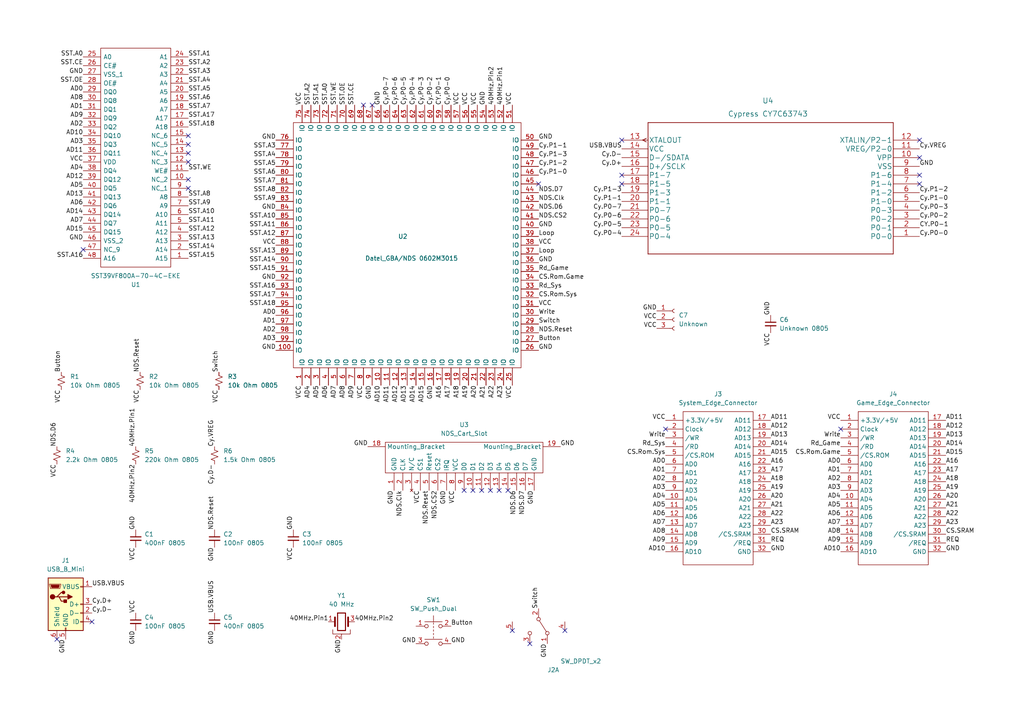
<source format=kicad_sch>
(kicad_sch (version 20211123) (generator eeschema)

  (uuid e63e39d7-6ac0-4ffd-8aa3-1841a4541b55)

  (paper "A4")

  (lib_symbols
    (symbol "Connector:Conn_01x03_Female" (pin_names (offset 1.016) hide) (in_bom yes) (on_board yes)
      (property "Reference" "J" (id 0) (at 0 5.08 0)
        (effects (font (size 1.27 1.27)))
      )
      (property "Value" "Conn_01x03_Female" (id 1) (at 0 -5.08 0)
        (effects (font (size 1.27 1.27)))
      )
      (property "Footprint" "" (id 2) (at 0 0 0)
        (effects (font (size 1.27 1.27)) hide)
      )
      (property "Datasheet" "~" (id 3) (at 0 0 0)
        (effects (font (size 1.27 1.27)) hide)
      )
      (property "ki_keywords" "connector" (id 4) (at 0 0 0)
        (effects (font (size 1.27 1.27)) hide)
      )
      (property "ki_description" "Generic connector, single row, 01x03, script generated (kicad-library-utils/schlib/autogen/connector/)" (id 5) (at 0 0 0)
        (effects (font (size 1.27 1.27)) hide)
      )
      (property "ki_fp_filters" "Connector*:*_1x??_*" (id 6) (at 0 0 0)
        (effects (font (size 1.27 1.27)) hide)
      )
      (symbol "Conn_01x03_Female_1_1"
        (arc (start 0 -2.032) (mid -0.508 -2.54) (end 0 -3.048)
          (stroke (width 0.1524) (type default) (color 0 0 0 0))
          (fill (type none))
        )
        (polyline
          (pts
            (xy -1.27 -2.54)
            (xy -0.508 -2.54)
          )
          (stroke (width 0.1524) (type default) (color 0 0 0 0))
          (fill (type none))
        )
        (polyline
          (pts
            (xy -1.27 0)
            (xy -0.508 0)
          )
          (stroke (width 0.1524) (type default) (color 0 0 0 0))
          (fill (type none))
        )
        (polyline
          (pts
            (xy -1.27 2.54)
            (xy -0.508 2.54)
          )
          (stroke (width 0.1524) (type default) (color 0 0 0 0))
          (fill (type none))
        )
        (arc (start 0 0.508) (mid -0.508 0) (end 0 -0.508)
          (stroke (width 0.1524) (type default) (color 0 0 0 0))
          (fill (type none))
        )
        (arc (start 0 3.048) (mid -0.508 2.54) (end 0 2.032)
          (stroke (width 0.1524) (type default) (color 0 0 0 0))
          (fill (type none))
        )
        (pin passive line (at -5.08 2.54 0) (length 3.81)
          (name "Pin_1" (effects (font (size 1.27 1.27))))
          (number "1" (effects (font (size 1.27 1.27))))
        )
        (pin passive line (at -5.08 0 0) (length 3.81)
          (name "Pin_2" (effects (font (size 1.27 1.27))))
          (number "2" (effects (font (size 1.27 1.27))))
        )
        (pin passive line (at -5.08 -2.54 0) (length 3.81)
          (name "Pin_3" (effects (font (size 1.27 1.27))))
          (number "3" (effects (font (size 1.27 1.27))))
        )
      )
    )
    (symbol "Connector:USB_B_Mini" (pin_names (offset 1.016)) (in_bom yes) (on_board yes)
      (property "Reference" "J" (id 0) (at -5.08 11.43 0)
        (effects (font (size 1.27 1.27)) (justify left))
      )
      (property "Value" "USB_B_Mini" (id 1) (at -5.08 8.89 0)
        (effects (font (size 1.27 1.27)) (justify left))
      )
      (property "Footprint" "" (id 2) (at 3.81 -1.27 0)
        (effects (font (size 1.27 1.27)) hide)
      )
      (property "Datasheet" "~" (id 3) (at 3.81 -1.27 0)
        (effects (font (size 1.27 1.27)) hide)
      )
      (property "ki_keywords" "connector USB mini" (id 4) (at 0 0 0)
        (effects (font (size 1.27 1.27)) hide)
      )
      (property "ki_description" "USB Mini Type B connector" (id 5) (at 0 0 0)
        (effects (font (size 1.27 1.27)) hide)
      )
      (property "ki_fp_filters" "USB*" (id 6) (at 0 0 0)
        (effects (font (size 1.27 1.27)) hide)
      )
      (symbol "USB_B_Mini_0_1"
        (rectangle (start -5.08 -7.62) (end 5.08 7.62)
          (stroke (width 0.254) (type default) (color 0 0 0 0))
          (fill (type background))
        )
        (circle (center -3.81 2.159) (radius 0.635)
          (stroke (width 0.254) (type default) (color 0 0 0 0))
          (fill (type outline))
        )
        (circle (center -0.635 3.429) (radius 0.381)
          (stroke (width 0.254) (type default) (color 0 0 0 0))
          (fill (type outline))
        )
        (rectangle (start -0.127 -7.62) (end 0.127 -6.858)
          (stroke (width 0) (type default) (color 0 0 0 0))
          (fill (type none))
        )
        (polyline
          (pts
            (xy -1.905 2.159)
            (xy 0.635 2.159)
          )
          (stroke (width 0.254) (type default) (color 0 0 0 0))
          (fill (type none))
        )
        (polyline
          (pts
            (xy -3.175 2.159)
            (xy -2.54 2.159)
            (xy -1.27 3.429)
            (xy -0.635 3.429)
          )
          (stroke (width 0.254) (type default) (color 0 0 0 0))
          (fill (type none))
        )
        (polyline
          (pts
            (xy -2.54 2.159)
            (xy -1.905 2.159)
            (xy -1.27 0.889)
            (xy 0 0.889)
          )
          (stroke (width 0.254) (type default) (color 0 0 0 0))
          (fill (type none))
        )
        (polyline
          (pts
            (xy 0.635 2.794)
            (xy 0.635 1.524)
            (xy 1.905 2.159)
            (xy 0.635 2.794)
          )
          (stroke (width 0.254) (type default) (color 0 0 0 0))
          (fill (type outline))
        )
        (polyline
          (pts
            (xy -4.318 5.588)
            (xy -1.778 5.588)
            (xy -2.032 4.826)
            (xy -4.064 4.826)
            (xy -4.318 5.588)
          )
          (stroke (width 0) (type default) (color 0 0 0 0))
          (fill (type outline))
        )
        (polyline
          (pts
            (xy -4.699 5.842)
            (xy -4.699 5.588)
            (xy -4.445 4.826)
            (xy -4.445 4.572)
            (xy -1.651 4.572)
            (xy -1.651 4.826)
            (xy -1.397 5.588)
            (xy -1.397 5.842)
            (xy -4.699 5.842)
          )
          (stroke (width 0) (type default) (color 0 0 0 0))
          (fill (type none))
        )
        (rectangle (start 0.254 1.27) (end -0.508 0.508)
          (stroke (width 0.254) (type default) (color 0 0 0 0))
          (fill (type outline))
        )
        (rectangle (start 5.08 -5.207) (end 4.318 -4.953)
          (stroke (width 0) (type default) (color 0 0 0 0))
          (fill (type none))
        )
        (rectangle (start 5.08 -2.667) (end 4.318 -2.413)
          (stroke (width 0) (type default) (color 0 0 0 0))
          (fill (type none))
        )
        (rectangle (start 5.08 -0.127) (end 4.318 0.127)
          (stroke (width 0) (type default) (color 0 0 0 0))
          (fill (type none))
        )
        (rectangle (start 5.08 4.953) (end 4.318 5.207)
          (stroke (width 0) (type default) (color 0 0 0 0))
          (fill (type none))
        )
      )
      (symbol "USB_B_Mini_1_1"
        (pin power_out line (at 7.62 5.08 180) (length 2.54)
          (name "VBUS" (effects (font (size 1.27 1.27))))
          (number "1" (effects (font (size 1.27 1.27))))
        )
        (pin bidirectional line (at 7.62 -2.54 180) (length 2.54)
          (name "D-" (effects (font (size 1.27 1.27))))
          (number "2" (effects (font (size 1.27 1.27))))
        )
        (pin bidirectional line (at 7.62 0 180) (length 2.54)
          (name "D+" (effects (font (size 1.27 1.27))))
          (number "3" (effects (font (size 1.27 1.27))))
        )
        (pin passive line (at 7.62 -5.08 180) (length 2.54)
          (name "ID" (effects (font (size 1.27 1.27))))
          (number "4" (effects (font (size 1.27 1.27))))
        )
        (pin power_out line (at 0 -10.16 90) (length 2.54)
          (name "GND" (effects (font (size 1.27 1.27))))
          (number "5" (effects (font (size 1.27 1.27))))
        )
        (pin passive line (at -2.54 -10.16 90) (length 2.54)
          (name "Shield" (effects (font (size 1.27 1.27))))
          (number "6" (effects (font (size 1.27 1.27))))
        )
      )
    )
    (symbol "Device:C_Small" (pin_numbers hide) (pin_names (offset 0.254) hide) (in_bom yes) (on_board yes)
      (property "Reference" "C" (id 0) (at 0.254 1.778 0)
        (effects (font (size 1.27 1.27)) (justify left))
      )
      (property "Value" "C_Small" (id 1) (at 0.254 -2.032 0)
        (effects (font (size 1.27 1.27)) (justify left))
      )
      (property "Footprint" "" (id 2) (at 0 0 0)
        (effects (font (size 1.27 1.27)) hide)
      )
      (property "Datasheet" "~" (id 3) (at 0 0 0)
        (effects (font (size 1.27 1.27)) hide)
      )
      (property "ki_keywords" "capacitor cap" (id 4) (at 0 0 0)
        (effects (font (size 1.27 1.27)) hide)
      )
      (property "ki_description" "Unpolarized capacitor, small symbol" (id 5) (at 0 0 0)
        (effects (font (size 1.27 1.27)) hide)
      )
      (property "ki_fp_filters" "C_*" (id 6) (at 0 0 0)
        (effects (font (size 1.27 1.27)) hide)
      )
      (symbol "C_Small_0_1"
        (polyline
          (pts
            (xy -1.524 -0.508)
            (xy 1.524 -0.508)
          )
          (stroke (width 0.3302) (type default) (color 0 0 0 0))
          (fill (type none))
        )
        (polyline
          (pts
            (xy -1.524 0.508)
            (xy 1.524 0.508)
          )
          (stroke (width 0.3048) (type default) (color 0 0 0 0))
          (fill (type none))
        )
      )
      (symbol "C_Small_1_1"
        (pin passive line (at 0 2.54 270) (length 2.032)
          (name "~" (effects (font (size 1.27 1.27))))
          (number "1" (effects (font (size 1.27 1.27))))
        )
        (pin passive line (at 0 -2.54 90) (length 2.032)
          (name "~" (effects (font (size 1.27 1.27))))
          (number "2" (effects (font (size 1.27 1.27))))
        )
      )
    )
    (symbol "Device:Crystal_GND3" (pin_names (offset 1.016) hide) (in_bom yes) (on_board yes)
      (property "Reference" "Y1" (id 0) (at 0 7.62 0)
        (effects (font (size 1.27 1.27)))
      )
      (property "Value" "40 MHz" (id 1) (at 0 5.08 0)
        (effects (font (size 1.27 1.27)))
      )
      (property "Footprint" "GBA:40MHz Crystal" (id 2) (at 0 10.16 0)
        (effects (font (size 1.27 1.27)) hide)
      )
      (property "Datasheet" "~" (id 3) (at 0 0 0)
        (effects (font (size 1.27 1.27)) hide)
      )
      (property "ki_keywords" "quartz ceramic resonator oscillator" (id 4) (at 0 0 0)
        (effects (font (size 1.27 1.27)) hide)
      )
      (property "ki_description" "Three pin crystal, GND on pin 3" (id 5) (at 0 0 0)
        (effects (font (size 1.27 1.27)) hide)
      )
      (property "ki_fp_filters" "Crystal*" (id 6) (at 0 0 0)
        (effects (font (size 1.27 1.27)) hide)
      )
      (symbol "Crystal_GND3_0_1"
        (rectangle (start -1.143 2.54) (end 1.143 -2.54)
          (stroke (width 0.3048) (type default) (color 0 0 0 0))
          (fill (type none))
        )
        (polyline
          (pts
            (xy -2.54 0)
            (xy -1.905 0)
          )
          (stroke (width 0) (type default) (color 0 0 0 0))
          (fill (type none))
        )
        (polyline
          (pts
            (xy -1.905 -1.27)
            (xy -1.905 1.27)
          )
          (stroke (width 0.508) (type default) (color 0 0 0 0))
          (fill (type none))
        )
        (polyline
          (pts
            (xy 0 -3.81)
            (xy 0 -3.556)
          )
          (stroke (width 0) (type default) (color 0 0 0 0))
          (fill (type none))
        )
        (polyline
          (pts
            (xy 1.905 0)
            (xy 2.54 0)
          )
          (stroke (width 0) (type default) (color 0 0 0 0))
          (fill (type none))
        )
        (polyline
          (pts
            (xy 1.905 1.27)
            (xy 1.905 -1.27)
          )
          (stroke (width 0.508) (type default) (color 0 0 0 0))
          (fill (type none))
        )
        (polyline
          (pts
            (xy -2.54 -2.286)
            (xy -2.54 -3.556)
            (xy 2.54 -3.556)
            (xy 2.54 -2.286)
          )
          (stroke (width 0) (type default) (color 0 0 0 0))
          (fill (type none))
        )
      )
      (symbol "Crystal_GND3_1_1"
        (pin passive line (at -3.81 0 0) (length 1.27)
          (name "1" (effects (font (size 1.27 1.27))))
          (number "1" (effects (font (size 1.27 1.27))))
        )
        (pin passive line (at 0 -5.08 90) (length 1.27)
          (name "2" (effects (font (size 1.27 1.27))))
          (number "2" (effects (font (size 1.27 1.27))))
        )
        (pin passive line (at 3.81 0 180) (length 1.27)
          (name "3" (effects (font (size 1.27 1.27))))
          (number "3" (effects (font (size 1.27 1.27))))
        )
      )
    )
    (symbol "Device:R_Small_US" (pin_numbers hide) (pin_names (offset 0.254) hide) (in_bom yes) (on_board yes)
      (property "Reference" "R" (id 0) (at 0.762 0.508 0)
        (effects (font (size 1.27 1.27)) (justify left))
      )
      (property "Value" "R_Small_US" (id 1) (at 0.762 -1.016 0)
        (effects (font (size 1.27 1.27)) (justify left))
      )
      (property "Footprint" "" (id 2) (at 0 0 0)
        (effects (font (size 1.27 1.27)) hide)
      )
      (property "Datasheet" "~" (id 3) (at 0 0 0)
        (effects (font (size 1.27 1.27)) hide)
      )
      (property "ki_keywords" "r resistor" (id 4) (at 0 0 0)
        (effects (font (size 1.27 1.27)) hide)
      )
      (property "ki_description" "Resistor, small US symbol" (id 5) (at 0 0 0)
        (effects (font (size 1.27 1.27)) hide)
      )
      (property "ki_fp_filters" "R_*" (id 6) (at 0 0 0)
        (effects (font (size 1.27 1.27)) hide)
      )
      (symbol "R_Small_US_1_1"
        (polyline
          (pts
            (xy 0 0)
            (xy 1.016 -0.381)
            (xy 0 -0.762)
            (xy -1.016 -1.143)
            (xy 0 -1.524)
          )
          (stroke (width 0) (type default) (color 0 0 0 0))
          (fill (type none))
        )
        (polyline
          (pts
            (xy 0 1.524)
            (xy 1.016 1.143)
            (xy 0 0.762)
            (xy -1.016 0.381)
            (xy 0 0)
          )
          (stroke (width 0) (type default) (color 0 0 0 0))
          (fill (type none))
        )
        (pin passive line (at 0 2.54 270) (length 1.016)
          (name "~" (effects (font (size 1.27 1.27))))
          (number "1" (effects (font (size 1.27 1.27))))
        )
        (pin passive line (at 0 -2.54 90) (length 1.016)
          (name "~" (effects (font (size 1.27 1.27))))
          (number "2" (effects (font (size 1.27 1.27))))
        )
      )
    )
    (symbol "GBA:CY7C63743-PC" (pin_names (offset 0.254)) (in_bom yes) (on_board yes)
      (property "Reference" "U" (id 0) (at 43.18 10.16 0)
        (effects (font (size 1.524 1.524)))
      )
      (property "Value" "CY7C63743-PC" (id 1) (at 43.18 7.62 0)
        (effects (font (size 1.524 1.524)))
      )
      (property "Footprint" "PDIP-24" (id 2) (at 43.18 6.096 0)
        (effects (font (size 1.524 1.524)) hide)
      )
      (property "Datasheet" "" (id 3) (at 0 0 0)
        (effects (font (size 1.524 1.524)))
      )
      (property "ki_locked" "" (id 4) (at 0 0 0)
        (effects (font (size 1.27 1.27)))
      )
      (property "ki_fp_filters" "PDIP-24" (id 5) (at 0 0 0)
        (effects (font (size 1.27 1.27)) hide)
      )
      (symbol "CY7C63743-PC_1_1"
        (polyline
          (pts
            (xy 7.62 -33.02)
            (xy 78.74 -33.02)
          )
          (stroke (width 0.2032) (type default) (color 0 0 0 0))
          (fill (type none))
        )
        (polyline
          (pts
            (xy 7.62 5.08)
            (xy 7.62 -33.02)
          )
          (stroke (width 0.2032) (type default) (color 0 0 0 0))
          (fill (type none))
        )
        (polyline
          (pts
            (xy 78.74 -33.02)
            (xy 78.74 5.08)
          )
          (stroke (width 0.2032) (type default) (color 0 0 0 0))
          (fill (type none))
        )
        (polyline
          (pts
            (xy 78.74 5.08)
            (xy 7.62 5.08)
          )
          (stroke (width 0.2032) (type default) (color 0 0 0 0))
          (fill (type none))
        )
        (polyline
          (pts
            (xy 79.248 -28.448)
            (xy 80.3148 -27.94)
          )
          (stroke (width 0.2032) (type default) (color 0 0 0 0))
          (fill (type none))
        )
        (polyline
          (pts
            (xy 79.248 -27.432)
            (xy 80.3148 -27.94)
          )
          (stroke (width 0.2032) (type default) (color 0 0 0 0))
          (fill (type none))
        )
        (pin unspecified line (at 0 0 0) (length 7.62)
          (name "P0-0" (effects (font (size 1.4986 1.4986))))
          (number "1" (effects (font (size 1.4986 1.4986))))
        )
        (pin power_in line (at 0 -22.86 0) (length 7.62)
          (name "VPP" (effects (font (size 1.4986 1.4986))))
          (number "10" (effects (font (size 1.4986 1.4986))))
        )
        (pin unspecified line (at 0 -25.4 0) (length 7.62)
          (name "VREG/P2-0" (effects (font (size 1.4986 1.4986))))
          (number "11" (effects (font (size 1.4986 1.4986))))
        )
        (pin unspecified line (at 0 -27.94 0) (length 7.62)
          (name "XTALIN/P2-1" (effects (font (size 1.4986 1.4986))))
          (number "12" (effects (font (size 1.4986 1.4986))))
        )
        (pin output line (at 86.36 -27.94 180) (length 7.62)
          (name "XTALOUT" (effects (font (size 1.4986 1.4986))))
          (number "13" (effects (font (size 1.4986 1.4986))))
        )
        (pin power_in line (at 86.36 -25.4 180) (length 7.62)
          (name "VCC" (effects (font (size 1.4986 1.4986))))
          (number "14" (effects (font (size 1.4986 1.4986))))
        )
        (pin unspecified line (at 86.36 -22.86 180) (length 7.62)
          (name "D-/SDATA" (effects (font (size 1.4986 1.4986))))
          (number "15" (effects (font (size 1.4986 1.4986))))
        )
        (pin unspecified line (at 86.36 -20.32 180) (length 7.62)
          (name "D+/SCLK" (effects (font (size 1.4986 1.4986))))
          (number "16" (effects (font (size 1.4986 1.4986))))
        )
        (pin unspecified line (at 86.36 -17.78 180) (length 7.62)
          (name "P1-7" (effects (font (size 1.4986 1.4986))))
          (number "17" (effects (font (size 1.4986 1.4986))))
        )
        (pin unspecified line (at 86.36 -15.24 180) (length 7.62)
          (name "P1-5" (effects (font (size 1.4986 1.4986))))
          (number "18" (effects (font (size 1.4986 1.4986))))
        )
        (pin unspecified line (at 86.36 -12.7 180) (length 7.62)
          (name "P1-3" (effects (font (size 1.4986 1.4986))))
          (number "19" (effects (font (size 1.4986 1.4986))))
        )
        (pin unspecified line (at 0 -2.54 0) (length 7.62)
          (name "P0-1" (effects (font (size 1.4986 1.4986))))
          (number "2" (effects (font (size 1.4986 1.4986))))
        )
        (pin unspecified line (at 86.36 -10.16 180) (length 7.62)
          (name "P1-1" (effects (font (size 1.4986 1.4986))))
          (number "20" (effects (font (size 1.4986 1.4986))))
        )
        (pin unspecified line (at 86.36 -7.62 180) (length 7.62)
          (name "P0-7" (effects (font (size 1.4986 1.4986))))
          (number "21" (effects (font (size 1.4986 1.4986))))
        )
        (pin unspecified line (at 86.36 -5.08 180) (length 7.62)
          (name "P0-6" (effects (font (size 1.4986 1.4986))))
          (number "22" (effects (font (size 1.4986 1.4986))))
        )
        (pin unspecified line (at 86.36 -2.54 180) (length 7.62)
          (name "P0-5" (effects (font (size 1.4986 1.4986))))
          (number "23" (effects (font (size 1.4986 1.4986))))
        )
        (pin unspecified line (at 86.36 0 180) (length 7.62)
          (name "P0-4" (effects (font (size 1.4986 1.4986))))
          (number "24" (effects (font (size 1.4986 1.4986))))
        )
        (pin unspecified line (at 0 -5.08 0) (length 7.62)
          (name "P0-2" (effects (font (size 1.4986 1.4986))))
          (number "3" (effects (font (size 1.4986 1.4986))))
        )
        (pin unspecified line (at 0 -7.62 0) (length 7.62)
          (name "P0-3" (effects (font (size 1.4986 1.4986))))
          (number "4" (effects (font (size 1.4986 1.4986))))
        )
        (pin unspecified line (at 0 -10.16 0) (length 7.62)
          (name "P1-0" (effects (font (size 1.4986 1.4986))))
          (number "5" (effects (font (size 1.4986 1.4986))))
        )
        (pin unspecified line (at 0 -12.7 0) (length 7.62)
          (name "P1-2" (effects (font (size 1.4986 1.4986))))
          (number "6" (effects (font (size 1.4986 1.4986))))
        )
        (pin unspecified line (at 0 -15.24 0) (length 7.62)
          (name "P1-4" (effects (font (size 1.4986 1.4986))))
          (number "7" (effects (font (size 1.4986 1.4986))))
        )
        (pin unspecified line (at 0 -17.78 0) (length 7.62)
          (name "P1-6" (effects (font (size 1.4986 1.4986))))
          (number "8" (effects (font (size 1.4986 1.4986))))
        )
        (pin power_in line (at 0 -20.32 0) (length 7.62)
          (name "VSS" (effects (font (size 1.4986 1.4986))))
          (number "9" (effects (font (size 1.4986 1.4986))))
        )
      )
    )
    (symbol "GBA:Datel_GBA{slash}NDS" (in_bom yes) (on_board yes)
      (property "Reference" "U" (id 0) (at 0 2.54 0)
        (effects (font (size 1.27 1.27)))
      )
      (property "Value" "Datel_GBA{slash}NDS" (id 1) (at 0 0 0)
        (effects (font (size 1.27 1.27)))
      )
      (property "Footprint" "" (id 2) (at 0 2.54 0)
        (effects (font (size 1.27 1.27)) hide)
      )
      (property "Datasheet" "" (id 3) (at 0 2.54 0)
        (effects (font (size 1.27 1.27)) hide)
      )
      (symbol "Datel_GBA{slash}NDS_0_0"
        (pin passive line (at -29.21 -36.83 90) (length 5.08)
          (name "IO" (effects (font (size 1.27 1.27))))
          (number "1" (effects (font (size 1.27 1.27))))
        )
        (pin passive line (at -6.35 -36.83 90) (length 5.08)
          (name "IO" (effects (font (size 1.27 1.27))))
          (number "10" (effects (font (size 1.27 1.27))))
        )
        (pin passive line (at -36.83 -26.67 0) (length 5.08)
          (name "IO" (effects (font (size 1.27 1.27))))
          (number "100" (effects (font (size 1.27 1.27))))
        )
        (pin passive line (at -3.81 -36.83 90) (length 5.08)
          (name "IO" (effects (font (size 1.27 1.27))))
          (number "11" (effects (font (size 1.27 1.27))))
        )
        (pin passive line (at -1.27 -36.83 90) (length 5.08)
          (name "IO" (effects (font (size 1.27 1.27))))
          (number "12" (effects (font (size 1.27 1.27))))
        )
        (pin passive line (at 1.27 -36.83 90) (length 5.08)
          (name "IO" (effects (font (size 1.27 1.27))))
          (number "13" (effects (font (size 1.27 1.27))))
        )
        (pin passive line (at 3.81 -36.83 90) (length 5.08)
          (name "IO" (effects (font (size 1.27 1.27))))
          (number "14" (effects (font (size 1.27 1.27))))
        )
        (pin passive line (at 6.35 -36.83 90) (length 5.08)
          (name "IO" (effects (font (size 1.27 1.27))))
          (number "15" (effects (font (size 1.27 1.27))))
        )
        (pin passive line (at 8.89 -36.83 90) (length 5.08)
          (name "IO" (effects (font (size 1.27 1.27))))
          (number "16" (effects (font (size 1.27 1.27))))
        )
        (pin passive line (at 11.43 -36.83 90) (length 5.08)
          (name "IO" (effects (font (size 1.27 1.27))))
          (number "17" (effects (font (size 1.27 1.27))))
        )
        (pin passive line (at 13.97 -36.83 90) (length 5.08)
          (name "IO" (effects (font (size 1.27 1.27))))
          (number "18" (effects (font (size 1.27 1.27))))
        )
        (pin passive line (at 16.51 -36.83 90) (length 5.08)
          (name "IO" (effects (font (size 1.27 1.27))))
          (number "19" (effects (font (size 1.27 1.27))))
        )
        (pin passive line (at -26.67 -36.83 90) (length 5.08)
          (name "IO" (effects (font (size 1.27 1.27))))
          (number "2" (effects (font (size 1.27 1.27))))
        )
        (pin passive line (at 19.05 -36.83 90) (length 5.08)
          (name "IO" (effects (font (size 1.27 1.27))))
          (number "20" (effects (font (size 1.27 1.27))))
        )
        (pin passive line (at 21.59 -36.83 90) (length 5.08)
          (name "IO" (effects (font (size 1.27 1.27))))
          (number "21" (effects (font (size 1.27 1.27))))
        )
        (pin passive line (at 24.13 -36.83 90) (length 5.08)
          (name "IO" (effects (font (size 1.27 1.27))))
          (number "22" (effects (font (size 1.27 1.27))))
        )
        (pin passive line (at 26.67 -36.83 90) (length 5.08)
          (name "IO" (effects (font (size 1.27 1.27))))
          (number "23" (effects (font (size 1.27 1.27))))
        )
        (pin passive line (at 29.21 -36.83 90) (length 5.08)
          (name "IO" (effects (font (size 1.27 1.27))))
          (number "24" (effects (font (size 1.27 1.27))))
        )
        (pin passive line (at 31.75 -36.83 90) (length 5.08)
          (name "IO" (effects (font (size 1.27 1.27))))
          (number "25" (effects (font (size 1.27 1.27))))
        )
        (pin passive line (at 39.37 -26.67 180) (length 5.08)
          (name "IO" (effects (font (size 1.27 1.27))))
          (number "26" (effects (font (size 1.27 1.27))))
        )
        (pin passive line (at 39.37 -24.13 180) (length 5.08)
          (name "IO" (effects (font (size 1.27 1.27))))
          (number "27" (effects (font (size 1.27 1.27))))
        )
        (pin passive line (at 39.37 -21.59 180) (length 5.08)
          (name "IO" (effects (font (size 1.27 1.27))))
          (number "28" (effects (font (size 1.27 1.27))))
        )
        (pin passive line (at 39.37 -19.05 180) (length 5.08)
          (name "IO" (effects (font (size 1.27 1.27))))
          (number "29" (effects (font (size 1.27 1.27))))
        )
        (pin passive line (at -24.13 -36.83 90) (length 5.08)
          (name "IO" (effects (font (size 1.27 1.27))))
          (number "3" (effects (font (size 1.27 1.27))))
        )
        (pin passive line (at 39.37 -16.51 180) (length 5.08)
          (name "IO" (effects (font (size 1.27 1.27))))
          (number "30" (effects (font (size 1.27 1.27))))
        )
        (pin passive line (at 39.37 -13.97 180) (length 5.08)
          (name "IO" (effects (font (size 1.27 1.27))))
          (number "31" (effects (font (size 1.27 1.27))))
        )
        (pin passive line (at 39.37 -11.43 180) (length 5.08)
          (name "IO" (effects (font (size 1.27 1.27))))
          (number "32" (effects (font (size 1.27 1.27))))
        )
        (pin passive line (at 39.37 -8.89 180) (length 5.08)
          (name "IO" (effects (font (size 1.27 1.27))))
          (number "33" (effects (font (size 1.27 1.27))))
        )
        (pin passive line (at 39.37 -6.35 180) (length 5.08)
          (name "IO" (effects (font (size 1.27 1.27))))
          (number "34" (effects (font (size 1.27 1.27))))
        )
        (pin passive line (at 39.37 -3.81 180) (length 5.08)
          (name "IO" (effects (font (size 1.27 1.27))))
          (number "35" (effects (font (size 1.27 1.27))))
        )
        (pin passive line (at 39.37 -1.27 180) (length 5.08)
          (name "IO" (effects (font (size 1.27 1.27))))
          (number "36" (effects (font (size 1.27 1.27))))
        )
        (pin passive line (at 39.37 1.27 180) (length 5.08)
          (name "IO" (effects (font (size 1.27 1.27))))
          (number "37" (effects (font (size 1.27 1.27))))
        )
        (pin passive line (at 39.37 3.81 180) (length 5.08)
          (name "IO" (effects (font (size 1.27 1.27))))
          (number "38" (effects (font (size 1.27 1.27))))
        )
        (pin passive line (at 39.37 6.35 180) (length 5.08)
          (name "IO" (effects (font (size 1.27 1.27))))
          (number "39" (effects (font (size 1.27 1.27))))
        )
        (pin passive line (at -21.59 -36.83 90) (length 5.08)
          (name "IO" (effects (font (size 1.27 1.27))))
          (number "4" (effects (font (size 1.27 1.27))))
        )
        (pin passive line (at 39.37 8.89 180) (length 5.08)
          (name "IO" (effects (font (size 1.27 1.27))))
          (number "40" (effects (font (size 1.27 1.27))))
        )
        (pin passive line (at 39.37 11.43 180) (length 5.08)
          (name "IO" (effects (font (size 1.27 1.27))))
          (number "41" (effects (font (size 1.27 1.27))))
        )
        (pin passive line (at 39.37 13.97 180) (length 5.08)
          (name "IO" (effects (font (size 1.27 1.27))))
          (number "42" (effects (font (size 1.27 1.27))))
        )
        (pin passive line (at 39.37 16.51 180) (length 5.08)
          (name "IO" (effects (font (size 1.27 1.27))))
          (number "43" (effects (font (size 1.27 1.27))))
        )
        (pin passive line (at 39.37 19.05 180) (length 5.08)
          (name "IO" (effects (font (size 1.27 1.27))))
          (number "44" (effects (font (size 1.27 1.27))))
        )
        (pin passive line (at 39.37 21.59 180) (length 5.08)
          (name "IO" (effects (font (size 1.27 1.27))))
          (number "45" (effects (font (size 1.27 1.27))))
        )
        (pin passive line (at 39.37 24.13 180) (length 5.08)
          (name "IO" (effects (font (size 1.27 1.27))))
          (number "46" (effects (font (size 1.27 1.27))))
        )
        (pin passive line (at 39.37 26.67 180) (length 5.08)
          (name "IO" (effects (font (size 1.27 1.27))))
          (number "47" (effects (font (size 1.27 1.27))))
        )
        (pin passive line (at 39.37 29.21 180) (length 5.08)
          (name "IO" (effects (font (size 1.27 1.27))))
          (number "48" (effects (font (size 1.27 1.27))))
        )
        (pin passive line (at 39.37 31.75 180) (length 5.08)
          (name "IO" (effects (font (size 1.27 1.27))))
          (number "49" (effects (font (size 1.27 1.27))))
        )
        (pin passive line (at -19.05 -36.83 90) (length 5.08)
          (name "IO" (effects (font (size 1.27 1.27))))
          (number "5" (effects (font (size 1.27 1.27))))
        )
        (pin passive line (at 39.37 34.29 180) (length 5.08)
          (name "IO" (effects (font (size 1.27 1.27))))
          (number "50" (effects (font (size 1.27 1.27))))
        )
        (pin passive line (at 31.75 44.45 270) (length 5.08)
          (name "IO" (effects (font (size 1.27 1.27))))
          (number "51" (effects (font (size 1.27 1.27))))
        )
        (pin passive line (at 29.21 44.45 270) (length 5.08)
          (name "IO" (effects (font (size 1.27 1.27))))
          (number "52" (effects (font (size 1.27 1.27))))
        )
        (pin passive line (at 26.67 44.45 270) (length 5.08)
          (name "IO" (effects (font (size 1.27 1.27))))
          (number "53" (effects (font (size 1.27 1.27))))
        )
        (pin passive line (at 24.13 44.45 270) (length 5.08)
          (name "IO" (effects (font (size 1.27 1.27))))
          (number "54" (effects (font (size 1.27 1.27))))
        )
        (pin passive line (at 21.59 44.45 270) (length 5.08)
          (name "IO" (effects (font (size 1.27 1.27))))
          (number "55" (effects (font (size 1.27 1.27))))
        )
        (pin passive line (at 19.05 44.45 270) (length 5.08)
          (name "IO" (effects (font (size 1.27 1.27))))
          (number "56" (effects (font (size 1.27 1.27))))
        )
        (pin passive line (at 16.51 44.45 270) (length 5.08)
          (name "IO" (effects (font (size 1.27 1.27))))
          (number "57" (effects (font (size 1.27 1.27))))
        )
        (pin passive line (at 13.97 44.45 270) (length 5.08)
          (name "IO" (effects (font (size 1.27 1.27))))
          (number "58" (effects (font (size 1.27 1.27))))
        )
        (pin passive line (at 11.43 44.45 270) (length 5.08)
          (name "IO" (effects (font (size 1.27 1.27))))
          (number "59" (effects (font (size 1.27 1.27))))
        )
        (pin passive line (at -16.51 -36.83 90) (length 5.08)
          (name "IO" (effects (font (size 1.27 1.27))))
          (number "6" (effects (font (size 1.27 1.27))))
        )
        (pin passive line (at 8.89 44.45 270) (length 5.08)
          (name "IO" (effects (font (size 1.27 1.27))))
          (number "60" (effects (font (size 1.27 1.27))))
        )
        (pin passive line (at 6.35 44.45 270) (length 5.08)
          (name "IO" (effects (font (size 1.27 1.27))))
          (number "61" (effects (font (size 1.27 1.27))))
        )
        (pin passive line (at 3.81 44.45 270) (length 5.08)
          (name "IO" (effects (font (size 1.27 1.27))))
          (number "62" (effects (font (size 1.27 1.27))))
        )
        (pin passive line (at 1.27 44.45 270) (length 5.08)
          (name "IO" (effects (font (size 1.27 1.27))))
          (number "63" (effects (font (size 1.27 1.27))))
        )
        (pin passive line (at -1.27 44.45 270) (length 5.08)
          (name "IO" (effects (font (size 1.27 1.27))))
          (number "64" (effects (font (size 1.27 1.27))))
        )
        (pin passive line (at -3.81 44.45 270) (length 5.08)
          (name "IO" (effects (font (size 1.27 1.27))))
          (number "65" (effects (font (size 1.27 1.27))))
        )
        (pin passive line (at -6.35 44.45 270) (length 5.08)
          (name "IO" (effects (font (size 1.27 1.27))))
          (number "66" (effects (font (size 1.27 1.27))))
        )
        (pin passive line (at -8.89 44.45 270) (length 5.08)
          (name "IO" (effects (font (size 1.27 1.27))))
          (number "67" (effects (font (size 1.27 1.27))))
        )
        (pin passive line (at -11.43 44.45 270) (length 5.08)
          (name "IO" (effects (font (size 1.27 1.27))))
          (number "68" (effects (font (size 1.27 1.27))))
        )
        (pin passive line (at -13.97 44.45 270) (length 5.08)
          (name "IO" (effects (font (size 1.27 1.27))))
          (number "69" (effects (font (size 1.27 1.27))))
        )
        (pin passive line (at -13.97 -36.83 90) (length 5.08)
          (name "IO" (effects (font (size 1.27 1.27))))
          (number "7" (effects (font (size 1.27 1.27))))
        )
        (pin passive line (at -16.51 44.45 270) (length 5.08)
          (name "IO" (effects (font (size 1.27 1.27))))
          (number "70" (effects (font (size 1.27 1.27))))
        )
        (pin passive line (at -19.05 44.45 270) (length 5.08)
          (name "IO" (effects (font (size 1.27 1.27))))
          (number "71" (effects (font (size 1.27 1.27))))
        )
        (pin passive line (at -21.59 44.45 270) (length 5.08)
          (name "IO" (effects (font (size 1.27 1.27))))
          (number "72" (effects (font (size 1.27 1.27))))
        )
        (pin passive line (at -24.13 44.45 270) (length 5.08)
          (name "IO" (effects (font (size 1.27 1.27))))
          (number "73" (effects (font (size 1.27 1.27))))
        )
        (pin passive line (at -26.67 44.45 270) (length 5.08)
          (name "IO" (effects (font (size 1.27 1.27))))
          (number "74" (effects (font (size 1.27 1.27))))
        )
        (pin passive line (at -29.21 44.45 270) (length 5.08)
          (name "IO" (effects (font (size 1.27 1.27))))
          (number "75" (effects (font (size 1.27 1.27))))
        )
        (pin passive line (at -36.83 34.29 0) (length 5.08)
          (name "IO" (effects (font (size 1.27 1.27))))
          (number "76" (effects (font (size 1.27 1.27))))
        )
        (pin passive line (at -36.83 31.75 0) (length 5.08)
          (name "IO" (effects (font (size 1.27 1.27))))
          (number "77" (effects (font (size 1.27 1.27))))
        )
        (pin passive line (at -36.83 29.21 0) (length 5.08)
          (name "IO" (effects (font (size 1.27 1.27))))
          (number "78" (effects (font (size 1.27 1.27))))
        )
        (pin passive line (at -36.83 26.67 0) (length 5.08)
          (name "IO" (effects (font (size 1.27 1.27))))
          (number "79" (effects (font (size 1.27 1.27))))
        )
        (pin passive line (at -11.43 -36.83 90) (length 5.08)
          (name "IO" (effects (font (size 1.27 1.27))))
          (number "8" (effects (font (size 1.27 1.27))))
        )
        (pin passive line (at -36.83 24.13 0) (length 5.08)
          (name "IO" (effects (font (size 1.27 1.27))))
          (number "80" (effects (font (size 1.27 1.27))))
        )
        (pin passive line (at -36.83 21.59 0) (length 5.08)
          (name "IO" (effects (font (size 1.27 1.27))))
          (number "81" (effects (font (size 1.27 1.27))))
        )
        (pin passive line (at -36.83 19.05 0) (length 5.08)
          (name "IO" (effects (font (size 1.27 1.27))))
          (number "82" (effects (font (size 1.27 1.27))))
        )
        (pin passive line (at -36.83 16.51 0) (length 5.08)
          (name "IO" (effects (font (size 1.27 1.27))))
          (number "83" (effects (font (size 1.27 1.27))))
        )
        (pin passive line (at -36.83 13.97 0) (length 5.08)
          (name "IO" (effects (font (size 1.27 1.27))))
          (number "84" (effects (font (size 1.27 1.27))))
        )
        (pin passive line (at -36.83 11.43 0) (length 5.08)
          (name "IO" (effects (font (size 1.27 1.27))))
          (number "85" (effects (font (size 1.27 1.27))))
        )
        (pin passive line (at -36.83 8.89 0) (length 5.08)
          (name "IO" (effects (font (size 1.27 1.27))))
          (number "86" (effects (font (size 1.27 1.27))))
        )
        (pin passive line (at -36.83 6.35 0) (length 5.08)
          (name "IO" (effects (font (size 1.27 1.27))))
          (number "87" (effects (font (size 1.27 1.27))))
        )
        (pin passive line (at -36.83 3.81 0) (length 5.08)
          (name "IO" (effects (font (size 1.27 1.27))))
          (number "88" (effects (font (size 1.27 1.27))))
        )
        (pin passive line (at -36.83 1.27 0) (length 5.08)
          (name "IO" (effects (font (size 1.27 1.27))))
          (number "89" (effects (font (size 1.27 1.27))))
        )
        (pin passive line (at -8.89 -36.83 90) (length 5.08)
          (name "IO" (effects (font (size 1.27 1.27))))
          (number "9" (effects (font (size 1.27 1.27))))
        )
        (pin passive line (at -36.83 -1.27 0) (length 5.08)
          (name "IO" (effects (font (size 1.27 1.27))))
          (number "90" (effects (font (size 1.27 1.27))))
        )
        (pin passive line (at -36.83 -3.81 0) (length 5.08)
          (name "IO" (effects (font (size 1.27 1.27))))
          (number "91" (effects (font (size 1.27 1.27))))
        )
        (pin passive line (at -36.83 -6.35 0) (length 5.08)
          (name "IO" (effects (font (size 1.27 1.27))))
          (number "92" (effects (font (size 1.27 1.27))))
        )
        (pin passive line (at -36.83 -8.89 0) (length 5.08)
          (name "IO" (effects (font (size 1.27 1.27))))
          (number "93" (effects (font (size 1.27 1.27))))
        )
        (pin passive line (at -36.83 -11.43 0) (length 5.08)
          (name "IO" (effects (font (size 1.27 1.27))))
          (number "94" (effects (font (size 1.27 1.27))))
        )
        (pin passive line (at -36.83 -13.97 0) (length 5.08)
          (name "IO" (effects (font (size 1.27 1.27))))
          (number "95" (effects (font (size 1.27 1.27))))
        )
        (pin passive line (at -36.83 -16.51 0) (length 5.08)
          (name "IO" (effects (font (size 1.27 1.27))))
          (number "96" (effects (font (size 1.27 1.27))))
        )
        (pin passive line (at -36.83 -19.05 0) (length 5.08)
          (name "IO" (effects (font (size 1.27 1.27))))
          (number "97" (effects (font (size 1.27 1.27))))
        )
        (pin passive line (at -36.83 -21.59 0) (length 5.08)
          (name "IO" (effects (font (size 1.27 1.27))))
          (number "98" (effects (font (size 1.27 1.27))))
        )
        (pin passive line (at -36.83 -24.13 0) (length 5.08)
          (name "IO" (effects (font (size 1.27 1.27))))
          (number "99" (effects (font (size 1.27 1.27))))
        )
      )
      (symbol "Datel_GBA{slash}NDS_0_1"
        (rectangle (start -31.75 39.37) (end 34.29 -31.75)
          (stroke (width 0) (type default) (color 0 0 0 0))
          (fill (type none))
        )
      )
    )
    (symbol "GBA:NDS_Cart_Slot" (in_bom yes) (on_board yes)
      (property "Reference" "U?" (id 0) (at 0 5.08 0)
        (effects (font (size 1.27 1.27)))
      )
      (property "Value" "NDS_Cart_Slot" (id 1) (at 0 2.54 0)
        (effects (font (size 1.27 1.27)))
      )
      (property "Footprint" "" (id 2) (at 0 3.81 0)
        (effects (font (size 1.27 1.27)) hide)
      )
      (property "Datasheet" "" (id 3) (at 0 3.81 0)
        (effects (font (size 1.27 1.27)) hide)
      )
      (symbol "NDS_Cart_Slot_0_0"
        (pin power_in line (at -20.32 -13.97 90) (length 5.08)
          (name "GND" (effects (font (size 1.27 1.27))))
          (number "1" (effects (font (size 1.27 1.27))))
        )
        (pin bidirectional line (at 2.54 -13.97 90) (length 5.08)
          (name "D1" (effects (font (size 1.27 1.27))))
          (number "10" (effects (font (size 1.27 1.27))))
        )
        (pin bidirectional line (at 5.08 -13.97 90) (length 5.08)
          (name "D2" (effects (font (size 1.27 1.27))))
          (number "11" (effects (font (size 1.27 1.27))))
        )
        (pin bidirectional line (at 7.62 -13.97 90) (length 5.08)
          (name "D3" (effects (font (size 1.27 1.27))))
          (number "12" (effects (font (size 1.27 1.27))))
        )
        (pin bidirectional line (at 10.16 -13.97 90) (length 5.08)
          (name "D4" (effects (font (size 1.27 1.27))))
          (number "13" (effects (font (size 1.27 1.27))))
        )
        (pin bidirectional line (at 12.7 -13.97 90) (length 5.08)
          (name "D5" (effects (font (size 1.27 1.27))))
          (number "14" (effects (font (size 1.27 1.27))))
        )
        (pin bidirectional line (at 15.24 -13.97 90) (length 5.08)
          (name "D6" (effects (font (size 1.27 1.27))))
          (number "15" (effects (font (size 1.27 1.27))))
        )
        (pin bidirectional line (at 17.78 -13.97 90) (length 5.08)
          (name "D7" (effects (font (size 1.27 1.27))))
          (number "16" (effects (font (size 1.27 1.27))))
        )
        (pin power_in line (at 20.32 -13.97 90) (length 5.08)
          (name "GND" (effects (font (size 1.27 1.27))))
          (number "17" (effects (font (size 1.27 1.27))))
        )
        (pin power_in line (at -27.94 -1.27 0) (length 5.08)
          (name "Mounting_Bracket" (effects (font (size 1.27 1.27))))
          (number "18" (effects (font (size 1.27 1.27))))
        )
        (pin power_in line (at 27.94 -1.27 180) (length 5.08)
          (name "Mounting_Bracket" (effects (font (size 1.27 1.27))))
          (number "19" (effects (font (size 1.27 1.27))))
        )
        (pin input line (at -17.78 -13.97 90) (length 5.08)
          (name "CLK" (effects (font (size 1.27 1.27))))
          (number "2" (effects (font (size 1.27 1.27))))
        )
        (pin no_connect line (at -15.24 -13.97 90) (length 5.08)
          (name "N/C" (effects (font (size 1.27 1.27))))
          (number "3" (effects (font (size 1.27 1.27))))
        )
        (pin input line (at -12.7 -13.97 90) (length 5.08)
          (name "CS1" (effects (font (size 1.27 1.27))))
          (number "4" (effects (font (size 1.27 1.27))))
        )
        (pin input line (at -10.16 -13.97 90) (length 5.08)
          (name "Reset" (effects (font (size 1.27 1.27))))
          (number "5" (effects (font (size 1.27 1.27))))
        )
        (pin input line (at -7.62 -13.97 90) (length 5.08)
          (name "CS2" (effects (font (size 1.27 1.27))))
          (number "6" (effects (font (size 1.27 1.27))))
        )
        (pin input line (at -5.08 -13.97 90) (length 5.08)
          (name "IRQ" (effects (font (size 1.27 1.27))))
          (number "7" (effects (font (size 1.27 1.27))))
        )
        (pin power_in line (at -2.54 -13.97 90) (length 5.08)
          (name "VCC" (effects (font (size 1.27 1.27))))
          (number "8" (effects (font (size 1.27 1.27))))
        )
        (pin bidirectional line (at 0 -13.97 90) (length 5.08)
          (name "D0" (effects (font (size 1.27 1.27))))
          (number "9" (effects (font (size 1.27 1.27))))
        )
      )
      (symbol "NDS_Cart_Slot_0_1"
        (rectangle (start -22.86 0) (end 22.86 -8.89)
          (stroke (width 0) (type default) (color 0 0 0 0))
          (fill (type none))
        )
      )
    )
    (symbol "GBA:SST39VF200A-70-4C-EKE" (pin_names (offset 0.762)) (in_bom yes) (on_board yes)
      (property "Reference" "U?" (id 0) (at 15.24 7.62 0)
        (effects (font (size 1.27 1.27)))
      )
      (property "Value" "SST39VF800A-70-4C-EKE" (id 1) (at 15.24 5.08 0)
        (effects (font (size 1.27 1.27)))
      )
      (property "Footprint" "GBA:SOP50P2000X120-48N" (id 2) (at 26.67 2.54 0)
        (effects (font (size 1.27 1.27)) (justify left) hide)
      )
      (property "Datasheet" "http://ww1.microchip.com/downloads/en/DeviceDoc/25001A.pdf" (id 3) (at 26.67 0 0)
        (effects (font (size 1.27 1.27)) (justify left) hide)
      )
      (property "Description" "2.7 to 3.6V 2Mbit Multi-Purpose Flash" (id 4) (at 26.67 -2.54 0)
        (effects (font (size 1.27 1.27)) (justify left) hide)
      )
      (property "Height" "1.2" (id 5) (at 26.67 -5.08 0)
        (effects (font (size 1.27 1.27)) (justify left) hide)
      )
      (property "Manufacturer_Name" "Microchip" (id 6) (at 26.67 -7.62 0)
        (effects (font (size 1.27 1.27)) (justify left) hide)
      )
      (property "Manufacturer_Part_Number" "SST39VF200A-70-4C-EKE" (id 7) (at 26.67 -10.16 0)
        (effects (font (size 1.27 1.27)) (justify left) hide)
      )
      (property "Mouser Part Number" "" (id 8) (at 26.67 -12.7 0)
        (effects (font (size 1.27 1.27)) (justify left) hide)
      )
      (property "Mouser Price/Stock" "" (id 9) (at 26.67 -15.24 0)
        (effects (font (size 1.27 1.27)) (justify left) hide)
      )
      (property "Arrow Part Number" "SST39VF200A-70-4C-EKE" (id 10) (at 26.67 -17.78 0)
        (effects (font (size 1.27 1.27)) (justify left) hide)
      )
      (property "Arrow Price/Stock" "https://www.arrow.com/en/products/sst39vf200a-70-4c-eke/microchip-technology" (id 11) (at 26.67 -20.32 0)
        (effects (font (size 1.27 1.27)) (justify left) hide)
      )
      (property "ki_description" "2.7 to 3.6V 2Mbit Multi-Purpose Flash" (id 12) (at 0 0 0)
        (effects (font (size 1.27 1.27)) hide)
      )
      (symbol "SST39VF200A-70-4C-EKE_0_0"
        (pin passive line (at 0 0 0) (length 5.08)
          (name "A15" (effects (font (size 1.27 1.27))))
          (number "1" (effects (font (size 1.27 1.27))))
        )
        (pin passive line (at 0 -22.86 0) (length 5.08)
          (name "NC_2" (effects (font (size 1.27 1.27))))
          (number "10" (effects (font (size 1.27 1.27))))
        )
        (pin passive line (at 0 -25.4 0) (length 5.08)
          (name "WE#" (effects (font (size 1.27 1.27))))
          (number "11" (effects (font (size 1.27 1.27))))
        )
        (pin passive line (at 0 -27.94 0) (length 5.08)
          (name "NC_3" (effects (font (size 1.27 1.27))))
          (number "12" (effects (font (size 1.27 1.27))))
        )
        (pin passive line (at 0 -30.48 0) (length 5.08)
          (name "NC_4" (effects (font (size 1.27 1.27))))
          (number "13" (effects (font (size 1.27 1.27))))
        )
        (pin passive line (at 0 -33.02 0) (length 5.08)
          (name "NC_5" (effects (font (size 1.27 1.27))))
          (number "14" (effects (font (size 1.27 1.27))))
        )
        (pin passive line (at 0 -35.56 0) (length 5.08)
          (name "NC_6" (effects (font (size 1.27 1.27))))
          (number "15" (effects (font (size 1.27 1.27))))
        )
        (pin passive line (at 0 -38.1 0) (length 5.08)
          (name "A18" (effects (font (size 1.27 1.27))))
          (number "16" (effects (font (size 1.27 1.27))))
        )
        (pin passive line (at 0 -40.64 0) (length 5.08)
          (name "A17" (effects (font (size 1.27 1.27))))
          (number "17" (effects (font (size 1.27 1.27))))
        )
        (pin passive line (at 0 -43.18 0) (length 5.08)
          (name "A7" (effects (font (size 1.27 1.27))))
          (number "18" (effects (font (size 1.27 1.27))))
        )
        (pin passive line (at 0 -45.72 0) (length 5.08)
          (name "A6" (effects (font (size 1.27 1.27))))
          (number "19" (effects (font (size 1.27 1.27))))
        )
        (pin passive line (at 0 -2.54 0) (length 5.08)
          (name "A14" (effects (font (size 1.27 1.27))))
          (number "2" (effects (font (size 1.27 1.27))))
        )
        (pin passive line (at 0 -48.26 0) (length 5.08)
          (name "A5" (effects (font (size 1.27 1.27))))
          (number "20" (effects (font (size 1.27 1.27))))
        )
        (pin passive line (at 0 -50.8 0) (length 5.08)
          (name "A4" (effects (font (size 1.27 1.27))))
          (number "21" (effects (font (size 1.27 1.27))))
        )
        (pin passive line (at 0 -53.34 0) (length 5.08)
          (name "A3" (effects (font (size 1.27 1.27))))
          (number "22" (effects (font (size 1.27 1.27))))
        )
        (pin passive line (at 0 -55.88 0) (length 5.08)
          (name "A2" (effects (font (size 1.27 1.27))))
          (number "23" (effects (font (size 1.27 1.27))))
        )
        (pin passive line (at 0 -58.42 0) (length 5.08)
          (name "A1" (effects (font (size 1.27 1.27))))
          (number "24" (effects (font (size 1.27 1.27))))
        )
        (pin passive line (at 30.48 -58.42 180) (length 5.08)
          (name "A0" (effects (font (size 1.27 1.27))))
          (number "25" (effects (font (size 1.27 1.27))))
        )
        (pin passive line (at 30.48 -55.88 180) (length 5.08)
          (name "CE#" (effects (font (size 1.27 1.27))))
          (number "26" (effects (font (size 1.27 1.27))))
        )
        (pin passive line (at 30.48 -53.34 180) (length 5.08)
          (name "VSS_1" (effects (font (size 1.27 1.27))))
          (number "27" (effects (font (size 1.27 1.27))))
        )
        (pin passive line (at 30.48 -50.8 180) (length 5.08)
          (name "OE#" (effects (font (size 1.27 1.27))))
          (number "28" (effects (font (size 1.27 1.27))))
        )
        (pin passive line (at 30.48 -48.26 180) (length 5.08)
          (name "DQ0" (effects (font (size 1.27 1.27))))
          (number "29" (effects (font (size 1.27 1.27))))
        )
        (pin passive line (at 0 -5.08 0) (length 5.08)
          (name "A13" (effects (font (size 1.27 1.27))))
          (number "3" (effects (font (size 1.27 1.27))))
        )
        (pin passive line (at 30.48 -45.72 180) (length 5.08)
          (name "DQ8" (effects (font (size 1.27 1.27))))
          (number "30" (effects (font (size 1.27 1.27))))
        )
        (pin passive line (at 30.48 -43.18 180) (length 5.08)
          (name "DQ1" (effects (font (size 1.27 1.27))))
          (number "31" (effects (font (size 1.27 1.27))))
        )
        (pin passive line (at 30.48 -40.64 180) (length 5.08)
          (name "DQ9" (effects (font (size 1.27 1.27))))
          (number "32" (effects (font (size 1.27 1.27))))
        )
        (pin passive line (at 30.48 -38.1 180) (length 5.08)
          (name "DQ2" (effects (font (size 1.27 1.27))))
          (number "33" (effects (font (size 1.27 1.27))))
        )
        (pin passive line (at 30.48 -35.56 180) (length 5.08)
          (name "DQ10" (effects (font (size 1.27 1.27))))
          (number "34" (effects (font (size 1.27 1.27))))
        )
        (pin passive line (at 30.48 -33.02 180) (length 5.08)
          (name "DQ3" (effects (font (size 1.27 1.27))))
          (number "35" (effects (font (size 1.27 1.27))))
        )
        (pin passive line (at 30.48 -30.48 180) (length 5.08)
          (name "DQ11" (effects (font (size 1.27 1.27))))
          (number "36" (effects (font (size 1.27 1.27))))
        )
        (pin passive line (at 30.48 -27.94 180) (length 5.08)
          (name "VDD" (effects (font (size 1.27 1.27))))
          (number "37" (effects (font (size 1.27 1.27))))
        )
        (pin passive line (at 30.48 -25.4 180) (length 5.08)
          (name "DQ4" (effects (font (size 1.27 1.27))))
          (number "38" (effects (font (size 1.27 1.27))))
        )
        (pin passive line (at 30.48 -22.86 180) (length 5.08)
          (name "DQ12" (effects (font (size 1.27 1.27))))
          (number "39" (effects (font (size 1.27 1.27))))
        )
        (pin passive line (at 0 -7.62 0) (length 5.08)
          (name "A12" (effects (font (size 1.27 1.27))))
          (number "4" (effects (font (size 1.27 1.27))))
        )
        (pin passive line (at 30.48 -20.32 180) (length 5.08)
          (name "DQ5" (effects (font (size 1.27 1.27))))
          (number "40" (effects (font (size 1.27 1.27))))
        )
        (pin passive line (at 30.48 -17.78 180) (length 5.08)
          (name "DQ13" (effects (font (size 1.27 1.27))))
          (number "41" (effects (font (size 1.27 1.27))))
        )
        (pin passive line (at 30.48 -15.24 180) (length 5.08)
          (name "DQ6" (effects (font (size 1.27 1.27))))
          (number "42" (effects (font (size 1.27 1.27))))
        )
        (pin passive line (at 30.48 -12.7 180) (length 5.08)
          (name "DQ14" (effects (font (size 1.27 1.27))))
          (number "43" (effects (font (size 1.27 1.27))))
        )
        (pin passive line (at 30.48 -10.16 180) (length 5.08)
          (name "DQ7" (effects (font (size 1.27 1.27))))
          (number "44" (effects (font (size 1.27 1.27))))
        )
        (pin passive line (at 30.48 -7.62 180) (length 5.08)
          (name "DQ15" (effects (font (size 1.27 1.27))))
          (number "45" (effects (font (size 1.27 1.27))))
        )
        (pin passive line (at 30.48 -5.08 180) (length 5.08)
          (name "VSS_2" (effects (font (size 1.27 1.27))))
          (number "46" (effects (font (size 1.27 1.27))))
        )
        (pin passive line (at 30.48 -2.54 180) (length 5.08)
          (name "NC_9" (effects (font (size 1.27 1.27))))
          (number "47" (effects (font (size 1.27 1.27))))
        )
        (pin passive line (at 30.48 0 180) (length 5.08)
          (name "A16" (effects (font (size 1.27 1.27))))
          (number "48" (effects (font (size 1.27 1.27))))
        )
        (pin passive line (at 0 -10.16 0) (length 5.08)
          (name "A11" (effects (font (size 1.27 1.27))))
          (number "5" (effects (font (size 1.27 1.27))))
        )
        (pin passive line (at 0 -12.7 0) (length 5.08)
          (name "A10" (effects (font (size 1.27 1.27))))
          (number "6" (effects (font (size 1.27 1.27))))
        )
        (pin passive line (at 0 -15.24 0) (length 5.08)
          (name "A9" (effects (font (size 1.27 1.27))))
          (number "7" (effects (font (size 1.27 1.27))))
        )
        (pin passive line (at 0 -17.78 0) (length 5.08)
          (name "A8" (effects (font (size 1.27 1.27))))
          (number "8" (effects (font (size 1.27 1.27))))
        )
        (pin passive line (at 0 -20.32 0) (length 5.08)
          (name "NC_1" (effects (font (size 1.27 1.27))))
          (number "9" (effects (font (size 1.27 1.27))))
        )
      )
      (symbol "SST39VF200A-70-4C-EKE_0_1"
        (polyline
          (pts
            (xy 5.08 2.54)
            (xy 25.4 2.54)
            (xy 25.4 -60.96)
            (xy 5.08 -60.96)
            (xy 5.08 2.54)
          )
          (stroke (width 0.1524) (type default) (color 0 0 0 0))
          (fill (type none))
        )
      )
    )
    (symbol "Gameboy:Cart_Edge_Connector" (in_bom yes) (on_board yes)
      (property "Reference" "J?" (id 0) (at 0 15.24 0)
        (effects (font (size 1.27 1.27)))
      )
      (property "Value" "Cart_Edge_Connector" (id 1) (at 0 12.7 0)
        (effects (font (size 1.27 1.27)))
      )
      (property "Footprint" "Gameboy:Cartridge Edge, GBA" (id 2) (at 0 19.05 0)
        (effects (font (size 1.27 1.27)) hide)
      )
      (property "Datasheet" "" (id 3) (at 0 0 0)
        (effects (font (size 1.27 1.27)) hide)
      )
      (symbol "Cart_Edge_Connector_0_1"
        (rectangle (start -10.16 10.16) (end 10.16 -34.29)
          (stroke (width 0) (type default) (color 0 0 0 0))
          (fill (type none))
        )
      )
      (symbol "Cart_Edge_Connector_1_1"
        (pin power_in line (at -15.24 7.62 0) (length 5.08)
          (name "+3.3V/+5V" (effects (font (size 1.27 1.27))))
          (number "1" (effects (font (size 1.27 1.27))))
        )
        (pin bidirectional line (at -15.24 -15.24 0) (length 5.08)
          (name "AD4" (effects (font (size 1.27 1.27))))
          (number "10" (effects (font (size 1.27 1.27))))
        )
        (pin bidirectional line (at -15.24 -17.78 0) (length 5.08)
          (name "AD5" (effects (font (size 1.27 1.27))))
          (number "11" (effects (font (size 1.27 1.27))))
        )
        (pin bidirectional line (at -15.24 -20.32 0) (length 5.08)
          (name "AD6" (effects (font (size 1.27 1.27))))
          (number "12" (effects (font (size 1.27 1.27))))
        )
        (pin bidirectional line (at -15.24 -22.86 0) (length 5.08)
          (name "AD7" (effects (font (size 1.27 1.27))))
          (number "13" (effects (font (size 1.27 1.27))))
        )
        (pin bidirectional line (at -15.24 -25.4 0) (length 5.08)
          (name "AD8" (effects (font (size 1.27 1.27))))
          (number "14" (effects (font (size 1.27 1.27))))
        )
        (pin bidirectional line (at -15.24 -27.94 0) (length 5.08)
          (name "AD9" (effects (font (size 1.27 1.27))))
          (number "15" (effects (font (size 1.27 1.27))))
        )
        (pin bidirectional line (at -15.24 -30.48 0) (length 5.08)
          (name "AD10" (effects (font (size 1.27 1.27))))
          (number "16" (effects (font (size 1.27 1.27))))
        )
        (pin bidirectional line (at 15.24 7.62 180) (length 5.08)
          (name "AD11" (effects (font (size 1.27 1.27))))
          (number "17" (effects (font (size 1.27 1.27))))
        )
        (pin bidirectional line (at 15.24 5.08 180) (length 5.08)
          (name "AD12" (effects (font (size 1.27 1.27))))
          (number "18" (effects (font (size 1.27 1.27))))
        )
        (pin bidirectional line (at 15.24 2.54 180) (length 5.08)
          (name "AD13" (effects (font (size 1.27 1.27))))
          (number "19" (effects (font (size 1.27 1.27))))
        )
        (pin bidirectional line (at -15.24 5.08 0) (length 5.08)
          (name "Clock" (effects (font (size 1.27 1.27))))
          (number "2" (effects (font (size 1.27 1.27))))
        )
        (pin bidirectional line (at 15.24 0 180) (length 5.08)
          (name "AD14" (effects (font (size 1.27 1.27))))
          (number "20" (effects (font (size 1.27 1.27))))
        )
        (pin bidirectional line (at 15.24 -2.54 180) (length 5.08)
          (name "AD15" (effects (font (size 1.27 1.27))))
          (number "21" (effects (font (size 1.27 1.27))))
        )
        (pin bidirectional line (at 15.24 -5.08 180) (length 5.08)
          (name "A16" (effects (font (size 1.27 1.27))))
          (number "22" (effects (font (size 1.27 1.27))))
        )
        (pin bidirectional line (at 15.24 -7.62 180) (length 5.08)
          (name "A17" (effects (font (size 1.27 1.27))))
          (number "23" (effects (font (size 1.27 1.27))))
        )
        (pin bidirectional line (at 15.24 -10.16 180) (length 5.08)
          (name "A18" (effects (font (size 1.27 1.27))))
          (number "24" (effects (font (size 1.27 1.27))))
        )
        (pin bidirectional line (at 15.24 -12.7 180) (length 5.08)
          (name "A19" (effects (font (size 1.27 1.27))))
          (number "25" (effects (font (size 1.27 1.27))))
        )
        (pin bidirectional line (at 15.24 -15.24 180) (length 5.08)
          (name "A20" (effects (font (size 1.27 1.27))))
          (number "26" (effects (font (size 1.27 1.27))))
        )
        (pin bidirectional line (at 15.24 -17.78 180) (length 5.08)
          (name "A21" (effects (font (size 1.27 1.27))))
          (number "27" (effects (font (size 1.27 1.27))))
        )
        (pin bidirectional line (at 15.24 -20.32 180) (length 5.08)
          (name "A22" (effects (font (size 1.27 1.27))))
          (number "28" (effects (font (size 1.27 1.27))))
        )
        (pin bidirectional line (at 15.24 -22.86 180) (length 5.08)
          (name "A23" (effects (font (size 1.27 1.27))))
          (number "29" (effects (font (size 1.27 1.27))))
        )
        (pin bidirectional line (at -15.24 2.54 0) (length 5.08)
          (name "/WR" (effects (font (size 1.27 1.27))))
          (number "3" (effects (font (size 1.27 1.27))))
        )
        (pin bidirectional line (at 15.24 -25.4 180) (length 5.08)
          (name "/CS.SRAM" (effects (font (size 1.27 1.27))))
          (number "30" (effects (font (size 1.27 1.27))))
        )
        (pin bidirectional line (at 15.24 -27.94 180) (length 5.08)
          (name "/REQ" (effects (font (size 1.27 1.27))))
          (number "31" (effects (font (size 1.27 1.27))))
        )
        (pin bidirectional line (at 15.24 -30.48 180) (length 5.08)
          (name "GND" (effects (font (size 1.27 1.27))))
          (number "32" (effects (font (size 1.27 1.27))))
        )
        (pin bidirectional line (at -15.24 0 0) (length 5.08)
          (name "/RD" (effects (font (size 1.27 1.27))))
          (number "4" (effects (font (size 1.27 1.27))))
        )
        (pin bidirectional line (at -15.24 -2.54 0) (length 5.08)
          (name "/CS.ROM" (effects (font (size 1.27 1.27))))
          (number "5" (effects (font (size 1.27 1.27))))
        )
        (pin bidirectional line (at -15.24 -5.08 0) (length 5.08)
          (name "AD0" (effects (font (size 1.27 1.27))))
          (number "6" (effects (font (size 1.27 1.27))))
        )
        (pin bidirectional line (at -15.24 -7.62 0) (length 5.08)
          (name "AD1" (effects (font (size 1.27 1.27))))
          (number "7" (effects (font (size 1.27 1.27))))
        )
        (pin bidirectional line (at -15.24 -10.16 0) (length 5.08)
          (name "AD2" (effects (font (size 1.27 1.27))))
          (number "8" (effects (font (size 1.27 1.27))))
        )
        (pin bidirectional line (at -15.24 -12.7 0) (length 5.08)
          (name "AD3" (effects (font (size 1.27 1.27))))
          (number "9" (effects (font (size 1.27 1.27))))
        )
      )
    )
    (symbol "Switch:SW_DPDT_x2" (pin_names (offset 0) hide) (in_bom yes) (on_board yes)
      (property "Reference" "J?" (id 0) (at 12.7 2.54 90)
        (effects (font (size 1.27 1.27)) (justify left))
      )
      (property "Value" "SW_DPDT_x2" (id 1) (at 10.16 6.35 90)
        (effects (font (size 1.27 1.27)) (justify left))
      )
      (property "Footprint" "Gameboy:Switch_Wide" (id 2) (at 0 0 0)
        (effects (font (size 1.27 1.27)) hide)
      )
      (property "Datasheet" "~" (id 3) (at 0 0 0)
        (effects (font (size 1.27 1.27)) hide)
      )
      (property "ki_keywords" "switch dual-pole double-throw DPDT spdt ON-ON" (id 4) (at 0 0 0)
        (effects (font (size 1.27 1.27)) hide)
      )
      (property "ki_description" "Switch, dual pole double throw, separate symbols" (id 5) (at 0 0 0)
        (effects (font (size 1.27 1.27)) hide)
      )
      (property "ki_fp_filters" "SW*DPDT*" (id 6) (at 0 0 0)
        (effects (font (size 1.27 1.27)) hide)
      )
      (symbol "SW_DPDT_x2_0_0"
        (circle (center -2.032 0) (radius 0.508)
          (stroke (width 0) (type default) (color 0 0 0 0))
          (fill (type none))
        )
        (circle (center 2.032 -2.54) (radius 0.508)
          (stroke (width 0) (type default) (color 0 0 0 0))
          (fill (type none))
        )
      )
      (symbol "SW_DPDT_x2_0_1"
        (polyline
          (pts
            (xy -1.524 0.254)
            (xy 1.651 2.286)
          )
          (stroke (width 0) (type default) (color 0 0 0 0))
          (fill (type none))
        )
        (circle (center 2.032 2.54) (radius 0.508)
          (stroke (width 0) (type default) (color 0 0 0 0))
          (fill (type none))
        )
      )
      (symbol "SW_DPDT_x2_1_1"
        (pin passive line (at 5.08 2.54 180) (length 2.54)
          (name "A" (effects (font (size 1.27 1.27))))
          (number "1" (effects (font (size 1.27 1.27))))
        )
        (pin passive line (at -5.08 0 0) (length 2.54)
          (name "B" (effects (font (size 1.27 1.27))))
          (number "2" (effects (font (size 1.27 1.27))))
        )
        (pin passive line (at 5.08 -2.54 180) (length 2.54)
          (name "C" (effects (font (size 1.27 1.27))))
          (number "3" (effects (font (size 1.27 1.27))))
        )
        (pin power_in line (at 1.27 7.62 180) (length 2.54)
          (name "Case_GND" (effects (font (size 1.27 1.27))))
          (number "4" (effects (font (size 1.27 1.27))))
        )
        (pin power_in line (at 1.27 -7.62 180) (length 2.54)
          (name "Case_GND" (effects (font (size 1.27 1.27))))
          (number "5" (effects (font (size 1.27 1.27))))
        )
      )
      (symbol "SW_DPDT_x2_2_1"
        (pin passive line (at 5.08 2.54 180) (length 2.54)
          (name "A" (effects (font (size 1.27 1.27))))
          (number "4" (effects (font (size 1.27 1.27))))
        )
        (pin power_in line (at 1.27 7.62 0) (length 2.54)
          (name "Case_GND" (effects (font (size 1.27 1.27))))
          (number "4-UB" (effects (font (size 1.27 1.27))))
        )
        (pin passive line (at -5.08 0 0) (length 2.54)
          (name "B" (effects (font (size 1.27 1.27))))
          (number "5" (effects (font (size 1.27 1.27))))
        )
        (pin power_in line (at 1.27 -7.62 0) (length 2.54)
          (name "Case_GND" (effects (font (size 1.27 1.27))))
          (number "5-UB" (effects (font (size 1.27 1.27))))
        )
        (pin passive line (at 5.08 -2.54 180) (length 2.54)
          (name "C" (effects (font (size 1.27 1.27))))
          (number "6" (effects (font (size 1.27 1.27))))
        )
      )
    )
    (symbol "Switch:SW_Push_Dual" (pin_names (offset 1.016) hide) (in_bom yes) (on_board yes)
      (property "Reference" "SW" (id 0) (at 1.27 2.54 0)
        (effects (font (size 1.27 1.27)) (justify left))
      )
      (property "Value" "SW_Push_Dual" (id 1) (at 0 -6.858 0)
        (effects (font (size 1.27 1.27)))
      )
      (property "Footprint" "" (id 2) (at 0 5.08 0)
        (effects (font (size 1.27 1.27)) hide)
      )
      (property "Datasheet" "~" (id 3) (at 0 5.08 0)
        (effects (font (size 1.27 1.27)) hide)
      )
      (property "ki_keywords" "switch normally-open pushbutton push-button" (id 4) (at 0 0 0)
        (effects (font (size 1.27 1.27)) hide)
      )
      (property "ki_description" "Push button switch, generic, symbol, four pins" (id 5) (at 0 0 0)
        (effects (font (size 1.27 1.27)) hide)
      )
      (symbol "SW_Push_Dual_0_1"
        (circle (center -2.032 -5.08) (radius 0.508)
          (stroke (width 0) (type default) (color 0 0 0 0))
          (fill (type none))
        )
        (circle (center -2.032 0) (radius 0.508)
          (stroke (width 0) (type default) (color 0 0 0 0))
          (fill (type none))
        )
        (polyline
          (pts
            (xy 0 -3.048)
            (xy 0 -3.556)
          )
          (stroke (width 0) (type default) (color 0 0 0 0))
          (fill (type none))
        )
        (polyline
          (pts
            (xy 0 -2.032)
            (xy 0 -2.54)
          )
          (stroke (width 0) (type default) (color 0 0 0 0))
          (fill (type none))
        )
        (polyline
          (pts
            (xy 0 -1.524)
            (xy 0 -1.016)
          )
          (stroke (width 0) (type default) (color 0 0 0 0))
          (fill (type none))
        )
        (polyline
          (pts
            (xy 0 -0.508)
            (xy 0 0)
          )
          (stroke (width 0) (type default) (color 0 0 0 0))
          (fill (type none))
        )
        (polyline
          (pts
            (xy 0 0.508)
            (xy 0 1.016)
          )
          (stroke (width 0) (type default) (color 0 0 0 0))
          (fill (type none))
        )
        (polyline
          (pts
            (xy 0 1.27)
            (xy 0 3.048)
          )
          (stroke (width 0) (type default) (color 0 0 0 0))
          (fill (type none))
        )
        (polyline
          (pts
            (xy 2.54 -3.81)
            (xy -2.54 -3.81)
          )
          (stroke (width 0) (type default) (color 0 0 0 0))
          (fill (type none))
        )
        (polyline
          (pts
            (xy 2.54 1.27)
            (xy -2.54 1.27)
          )
          (stroke (width 0) (type default) (color 0 0 0 0))
          (fill (type none))
        )
        (circle (center 2.032 -5.08) (radius 0.508)
          (stroke (width 0) (type default) (color 0 0 0 0))
          (fill (type none))
        )
        (circle (center 2.032 0) (radius 0.508)
          (stroke (width 0) (type default) (color 0 0 0 0))
          (fill (type none))
        )
        (pin passive line (at -5.08 0 0) (length 2.54)
          (name "1" (effects (font (size 1.27 1.27))))
          (number "1" (effects (font (size 1.27 1.27))))
        )
        (pin passive line (at 5.08 0 180) (length 2.54)
          (name "2" (effects (font (size 1.27 1.27))))
          (number "2" (effects (font (size 1.27 1.27))))
        )
        (pin passive line (at -5.08 -5.08 0) (length 2.54)
          (name "3" (effects (font (size 1.27 1.27))))
          (number "3" (effects (font (size 1.27 1.27))))
        )
        (pin passive line (at 5.08 -5.08 180) (length 2.54)
          (name "4" (effects (font (size 1.27 1.27))))
          (number "4" (effects (font (size 1.27 1.27))))
        )
      )
    )
  )


  (no_connect (at 26.67 180.34) (uuid 800155e7-8f42-4cff-9b88-3465cab73ded))
  (no_connect (at 243.84 124.46) (uuid 9d65f7af-d4b3-447b-a1cd-ee3333753142))
  (no_connect (at 193.04 124.46) (uuid 9d65f7af-d4b3-447b-a1cd-ee3333753143))
  (no_connect (at 266.7 40.64) (uuid 9d65f7af-d4b3-447b-a1cd-ee3333753144))
  (no_connect (at 266.7 50.8) (uuid 9d65f7af-d4b3-447b-a1cd-ee3333753145))
  (no_connect (at 266.7 53.34) (uuid 9d65f7af-d4b3-447b-a1cd-ee3333753146))
  (no_connect (at 180.34 50.8) (uuid 9d65f7af-d4b3-447b-a1cd-ee3333753147))
  (no_connect (at 180.34 53.34) (uuid 9d65f7af-d4b3-447b-a1cd-ee3333753148))
  (no_connect (at 180.34 40.64) (uuid 9d65f7af-d4b3-447b-a1cd-ee3333753149))
  (no_connect (at 266.7 45.72) (uuid 9d65f7af-d4b3-447b-a1cd-ee333375314a))
  (no_connect (at 24.13 72.39) (uuid 9d65f7af-d4b3-447b-a1cd-ee333375314b))
  (no_connect (at 54.61 54.61) (uuid 9d65f7af-d4b3-447b-a1cd-ee333375314c))
  (no_connect (at 54.61 39.37) (uuid 9d65f7af-d4b3-447b-a1cd-ee333375314d))
  (no_connect (at 54.61 41.91) (uuid 9d65f7af-d4b3-447b-a1cd-ee333375314e))
  (no_connect (at 54.61 44.45) (uuid 9d65f7af-d4b3-447b-a1cd-ee333375314f))
  (no_connect (at 54.61 46.99) (uuid 9d65f7af-d4b3-447b-a1cd-ee3333753150))
  (no_connect (at 54.61 52.07) (uuid 9d65f7af-d4b3-447b-a1cd-ee3333753151))
  (no_connect (at 156.21 53.34) (uuid 9d65f7af-d4b3-447b-a1cd-ee3333753152))
  (no_connect (at 16.51 185.42) (uuid 9d65f7af-d4b3-447b-a1cd-ee3333753153))
  (no_connect (at 105.41 30.48) (uuid 9d65f7af-d4b3-447b-a1cd-ee3333753154))
  (no_connect (at 107.95 30.48) (uuid 9d65f7af-d4b3-447b-a1cd-ee3333753155))
  (no_connect (at 163.83 182.88) (uuid d426e98c-bd77-4d6c-85de-df073c3bc144))
  (no_connect (at 148.59 182.88) (uuid d426e98c-bd77-4d6c-85de-df073c3bc145))
  (no_connect (at 153.67 186.69) (uuid d426e98c-bd77-4d6c-85de-df073c3bc146))
  (no_connect (at 134.62 142.24) (uuid e209bb57-5ffd-40dd-a39f-cf7d7d61f188))
  (no_connect (at 137.16 142.24) (uuid e209bb57-5ffd-40dd-a39f-cf7d7d61f189))
  (no_connect (at 139.7 142.24) (uuid e209bb57-5ffd-40dd-a39f-cf7d7d61f18a))
  (no_connect (at 142.24 142.24) (uuid e209bb57-5ffd-40dd-a39f-cf7d7d61f18b))
  (no_connect (at 144.78 142.24) (uuid e209bb57-5ffd-40dd-a39f-cf7d7d61f18c))
  (no_connect (at 147.32 142.24) (uuid e209bb57-5ffd-40dd-a39f-cf7d7d61f18d))

  (label "SST.A1" (at 92.71 30.48 90)
    (effects (font (size 1.27 1.27)) (justify left bottom))
    (uuid 00ab14cf-e8c7-4091-9ca6-b81951a7d5dc)
  )
  (label "CS.SRAM" (at 223.52 154.94 0)
    (effects (font (size 1.27 1.27)) (justify left bottom))
    (uuid 01109662-12b4-48a3-b68d-624008909c2a)
  )
  (label "AD13" (at 24.13 57.15 180)
    (effects (font (size 1.27 1.27)) (justify right bottom))
    (uuid 01ec12a2-867d-4fb3-8381-0586f4ec0908)
  )
  (label "VCC" (at 156.21 88.9 0)
    (effects (font (size 1.27 1.27)) (justify left bottom))
    (uuid 03857e19-882f-4ebb-84dd-1b174ce81cd6)
  )
  (label "Cy.P0-7" (at 113.03 30.48 90)
    (effects (font (size 1.27 1.27)) (justify left bottom))
    (uuid 03bea448-9386-44b7-a450-be4bac159857)
  )
  (label "SST.A7" (at 54.61 31.75 0)
    (effects (font (size 1.27 1.27)) (justify left bottom))
    (uuid 04336ab7-7fbd-4749-8262-70820a37ed81)
  )
  (label "AD14" (at 223.52 129.54 0)
    (effects (font (size 1.27 1.27)) (justify left bottom))
    (uuid 04d60995-4f82-4f17-8f82-2f27a0a779cc)
  )
  (label "SST.A2" (at 54.61 19.05 0)
    (effects (font (size 1.27 1.27)) (justify left bottom))
    (uuid 0530a3a4-0e43-4b21-a54c-7fe337d6ec32)
  )
  (label "SST.A14" (at 80.01 76.2 180)
    (effects (font (size 1.27 1.27)) (justify right bottom))
    (uuid 0684bab3-156b-459c-8e7a-cd4eaeefb48e)
  )
  (label "GND" (at 158.75 186.69 270)
    (effects (font (size 1.27 1.27)) (justify right bottom))
    (uuid 08d407f1-c83b-4194-844f-657b3f825472)
  )
  (label "Cy.P0-6" (at 180.34 63.5 180)
    (effects (font (size 1.27 1.27)) (justify right bottom))
    (uuid 08f20db9-9e7e-4961-9d34-bf2d3c249083)
  )
  (label "VCC" (at 138.43 30.48 90)
    (effects (font (size 1.27 1.27)) (justify left bottom))
    (uuid 08f634b2-8551-4918-bbdd-fbeb581220fa)
  )
  (label "SST.A12" (at 80.01 68.58 180)
    (effects (font (size 1.27 1.27)) (justify right bottom))
    (uuid 0a02bef3-c388-458b-aaff-455df0cb6701)
  )
  (label "GND" (at 107.95 111.76 270)
    (effects (font (size 1.27 1.27)) (justify right bottom))
    (uuid 0a807af5-2cc4-4f56-8606-aa60d02017e4)
  )
  (label "SST.A6" (at 80.01 50.8 180)
    (effects (font (size 1.27 1.27)) (justify right bottom))
    (uuid 0af2ba9a-67d3-42de-8ee1-daeaa31e78fa)
  )
  (label "VCC" (at 39.37 177.8 90)
    (effects (font (size 1.27 1.27)) (justify left bottom))
    (uuid 0b8beaeb-6802-41ec-b120-8ec11e7afa10)
  )
  (label "SST.A1" (at 54.61 16.51 0)
    (effects (font (size 1.27 1.27)) (justify left bottom))
    (uuid 0ba0882c-d0e0-428a-9a0e-373a47805e64)
  )
  (label "REQ" (at 223.52 157.48 0)
    (effects (font (size 1.27 1.27)) (justify left bottom))
    (uuid 0e166909-afb5-4d70-a00b-dd78cd09b084)
  )
  (label "Cy.VREG" (at 266.7 43.18 0)
    (effects (font (size 1.27 1.27)) (justify left bottom))
    (uuid 0e6860e4-86de-4ea2-9d3e-d673b559581f)
  )
  (label "VCC" (at 132.08 142.24 270)
    (effects (font (size 1.27 1.27)) (justify right bottom))
    (uuid 0f49c1f7-56f6-4e54-a43d-554030a286bf)
  )
  (label "AD0" (at 243.84 134.62 180)
    (effects (font (size 1.27 1.27)) (justify right bottom))
    (uuid 0f9b475c-adb7-41fc-b827-33d4eaa86b99)
  )
  (label "GND" (at 140.97 30.48 90)
    (effects (font (size 1.27 1.27)) (justify left bottom))
    (uuid 0fafd86d-5a57-4e20-bbb3-6acbf10bab8c)
  )
  (label "SST.A5" (at 54.61 26.67 0)
    (effects (font (size 1.27 1.27)) (justify left bottom))
    (uuid 12a66276-e1b0-4134-ac43-03b60d79f015)
  )
  (label "Switch" (at 63.5 107.95 90)
    (effects (font (size 1.27 1.27)) (justify left bottom))
    (uuid 135dc03f-2835-4e6b-a029-e96dd281ee39)
  )
  (label "Loop" (at 156.21 68.58 0)
    (effects (font (size 1.27 1.27)) (justify left bottom))
    (uuid 148b417e-4bcb-47df-a856-34b7df698384)
  )
  (label "Switch" (at 156.21 93.98 0)
    (effects (font (size 1.27 1.27)) (justify left bottom))
    (uuid 14fc1b3c-78b8-4c69-b2c2-c110cdf03ad2)
  )
  (label "AD4" (at 243.84 144.78 180)
    (effects (font (size 1.27 1.27)) (justify right bottom))
    (uuid 173fd4a7-b485-4e9d-8724-470865466784)
  )
  (label "SST.A8" (at 54.61 57.15 0)
    (effects (font (size 1.27 1.27)) (justify left bottom))
    (uuid 18a0d1cd-9cae-4175-a2c9-b28e1985f4c8)
  )
  (label "GND" (at 156.21 66.04 0)
    (effects (font (size 1.27 1.27)) (justify left bottom))
    (uuid 19277b0d-0e5c-4a39-b9e0-9df4c525ee71)
  )
  (label "NDS.D7" (at 152.4 142.24 270)
    (effects (font (size 1.27 1.27)) (justify right bottom))
    (uuid 19ab3ee7-f44b-4ae2-92b6-c375090f6e93)
  )
  (label "VCC" (at 40.64 113.03 270)
    (effects (font (size 1.27 1.27)) (justify right bottom))
    (uuid 19eb18f7-adb2-4212-a466-4e16efe63b85)
  )
  (label "AD8" (at 243.84 154.94 180)
    (effects (font (size 1.27 1.27)) (justify right bottom))
    (uuid 1a7e7b16-fc7c-4e64-9ace-48cc78112437)
  )
  (label "AD1" (at 193.04 137.16 180)
    (effects (font (size 1.27 1.27)) (justify right bottom))
    (uuid 1a813eeb-ee58-4579-81e1-3f9a7227213c)
  )
  (label "AD11" (at 223.52 121.92 0)
    (effects (font (size 1.27 1.27)) (justify left bottom))
    (uuid 1b5a32e4-0b8e-4f38-b679-71dc277c2087)
  )
  (label "SST.A18" (at 80.01 88.9 180)
    (effects (font (size 1.27 1.27)) (justify right bottom))
    (uuid 1c0e4d91-b386-4cee-9c40-445bddc32ce6)
  )
  (label "NDS.Reset" (at 124.46 142.24 270)
    (effects (font (size 1.27 1.27)) (justify right bottom))
    (uuid 1ffa8ec1-eadc-4a96-9a6a-bd02700c16d2)
  )
  (label "NDS.CS2" (at 156.21 63.5 0)
    (effects (font (size 1.27 1.27)) (justify left bottom))
    (uuid 207dce92-aebe-478d-9706-d99777306c9c)
  )
  (label "Cy.P0-4" (at 180.34 68.58 180)
    (effects (font (size 1.27 1.27)) (justify right bottom))
    (uuid 21c1c770-bc85-4894-8c7c-f41880b4edc1)
  )
  (label "SST.OE" (at 24.13 24.13 180)
    (effects (font (size 1.27 1.27)) (justify right bottom))
    (uuid 22a4371a-2baa-4e81-9abc-97aa54a753c6)
  )
  (label "A23" (at 274.32 152.4 0)
    (effects (font (size 1.27 1.27)) (justify left bottom))
    (uuid 24fd922c-d488-4d61-b6dc-9d3e359ccc82)
  )
  (label "AD9" (at 24.13 34.29 180)
    (effects (font (size 1.27 1.27)) (justify right bottom))
    (uuid 260cc6ba-0c77-4862-b976-5dccd068942a)
  )
  (label "AD5" (at 243.84 147.32 180)
    (effects (font (size 1.27 1.27)) (justify right bottom))
    (uuid 26296271-780a-4da9-8e69-910d9240bca1)
  )
  (label "A18" (at 133.35 111.76 270)
    (effects (font (size 1.27 1.27)) (justify right bottom))
    (uuid 26597737-1d77-48b4-9117-05c2bd2d2724)
  )
  (label "AD14" (at 274.32 129.54 0)
    (effects (font (size 1.27 1.27)) (justify left bottom))
    (uuid 2765a021-71f1-4136-b72b-81c2c6882946)
  )
  (label "GND" (at 39.37 182.88 270)
    (effects (font (size 1.27 1.27)) (justify right bottom))
    (uuid 295c7589-9d72-48ad-ae1b-6dc0311265fa)
  )
  (label "GND" (at 114.3 142.24 270)
    (effects (font (size 1.27 1.27)) (justify right bottom))
    (uuid 2a355f87-3bce-4620-81ff-6a5dad7bcd59)
  )
  (label "A19" (at 223.52 142.24 0)
    (effects (font (size 1.27 1.27)) (justify left bottom))
    (uuid 2a6ee718-8cdf-4fa6-be7c-8fe885d98fd7)
  )
  (label "AD10" (at 24.13 39.37 180)
    (effects (font (size 1.27 1.27)) (justify right bottom))
    (uuid 2e0c1127-4f74-4cd3-878e-71a0ece14819)
  )
  (label "GND" (at 223.52 91.44 90)
    (effects (font (size 1.27 1.27)) (justify left bottom))
    (uuid 2e681cb8-01e8-4152-b915-ae14338abb97)
  )
  (label "Cy.P1-3" (at 156.21 45.72 0)
    (effects (font (size 1.27 1.27)) (justify left bottom))
    (uuid 2e883608-8d21-4720-a9b4-e121f42b44fe)
  )
  (label "AD11" (at 113.03 111.76 270)
    (effects (font (size 1.27 1.27)) (justify right bottom))
    (uuid 2fc524aa-fd09-42ae-937e-41d596f9f02e)
  )
  (label "Cy.P0-5" (at 180.34 66.04 180)
    (effects (font (size 1.27 1.27)) (justify right bottom))
    (uuid 30f78ec8-c29a-4a40-a655-9b519df04ed2)
  )
  (label "SST.WE" (at 54.61 49.53 0)
    (effects (font (size 1.27 1.27)) (justify left bottom))
    (uuid 3109874c-46e8-42e1-8782-0e3adad2b5d2)
  )
  (label "AD3" (at 80.01 99.06 180)
    (effects (font (size 1.27 1.27)) (justify right bottom))
    (uuid 343c97d0-c51e-4e2c-80dd-6ed63dc1ce3d)
  )
  (label "NDS.D7" (at 156.21 55.88 0)
    (effects (font (size 1.27 1.27)) (justify left bottom))
    (uuid 34556d17-f597-4b39-8b9d-c9eaee200bb0)
  )
  (label "GND" (at 24.13 69.85 180)
    (effects (font (size 1.27 1.27)) (justify right bottom))
    (uuid 3969b35a-c1c8-444d-bd9c-d5cf0b6d0f9b)
  )
  (label "VCC" (at 87.63 111.76 270)
    (effects (font (size 1.27 1.27)) (justify right bottom))
    (uuid 3affdc5a-48e0-4405-af1b-badd20779ff8)
  )
  (label "NDS.D6" (at 156.21 60.96 0)
    (effects (font (size 1.27 1.27)) (justify left bottom))
    (uuid 3bee43fd-420f-40c4-9137-29e749997953)
  )
  (label "Cy.P0-2" (at 266.7 63.5 0)
    (effects (font (size 1.27 1.27)) (justify left bottom))
    (uuid 3bf1042f-f685-48bf-a149-8fb94d006029)
  )
  (label "AD10" (at 193.04 160.02 180)
    (effects (font (size 1.27 1.27)) (justify right bottom))
    (uuid 3c66e6e2-f12d-4b23-910e-e478d272dfd5)
  )
  (label "GND" (at 62.23 158.75 270)
    (effects (font (size 1.27 1.27)) (justify right bottom))
    (uuid 3ce056da-b338-4820-80a1-1b98b9216194)
  )
  (label "SST.A4" (at 54.61 24.13 0)
    (effects (font (size 1.27 1.27)) (justify left bottom))
    (uuid 3e459a46-bb4f-44a1-9777-691a2bb1edfd)
  )
  (label "40MHz.Pin2" (at 143.51 30.48 90)
    (effects (font (size 1.27 1.27)) (justify left bottom))
    (uuid 4072d703-56d7-43fc-9665-d46cde1e78d1)
  )
  (label "A18" (at 223.52 139.7 0)
    (effects (font (size 1.27 1.27)) (justify left bottom))
    (uuid 40b38567-9d6a-4691-bccf-1b4dbe39957b)
  )
  (label "NDS.Reset" (at 40.64 107.95 90)
    (effects (font (size 1.27 1.27)) (justify left bottom))
    (uuid 41138804-6b7f-4948-867b-fd70333d85fe)
  )
  (label "SST.A15" (at 80.01 78.74 180)
    (effects (font (size 1.27 1.27)) (justify right bottom))
    (uuid 41215eb4-502c-4b0d-8cbd-31a17ba3c8fe)
  )
  (label "SST.A12" (at 54.61 67.31 0)
    (effects (font (size 1.27 1.27)) (justify left bottom))
    (uuid 4140930c-1f94-47b4-a600-9859ea8f1b52)
  )
  (label "VCC" (at 243.84 121.92 180)
    (effects (font (size 1.27 1.27)) (justify right bottom))
    (uuid 414f80f7-b2d5-43c3-a018-819efe44fe30)
  )
  (label "SST.A3" (at 54.61 21.59 0)
    (effects (font (size 1.27 1.27)) (justify left bottom))
    (uuid 430c57df-5f57-4391-8060-334b0ce6cf43)
  )
  (label "SST.A6" (at 54.61 29.21 0)
    (effects (font (size 1.27 1.27)) (justify left bottom))
    (uuid 4610eae2-4e71-461d-b02d-2475f76e1728)
  )
  (label "AD13" (at 118.11 111.76 270)
    (effects (font (size 1.27 1.27)) (justify right bottom))
    (uuid 46d796b4-ce91-42d9-b98d-eb5056534c1f)
  )
  (label "VCC" (at 80.01 71.12 180)
    (effects (font (size 1.27 1.27)) (justify right bottom))
    (uuid 46fe2fde-d7bb-4594-929b-1e62bac2c204)
  )
  (label "NDS.Clk" (at 116.84 142.24 270)
    (effects (font (size 1.27 1.27)) (justify right bottom))
    (uuid 4a506169-3a7b-4223-8c12-6b5670b45259)
  )
  (label "40MHz.Pin1" (at 39.37 129.54 90)
    (effects (font (size 1.27 1.27)) (justify left bottom))
    (uuid 4b71ad86-bc55-457b-afcf-1d9539573791)
  )
  (label "AD7" (at 97.79 111.76 270)
    (effects (font (size 1.27 1.27)) (justify right bottom))
    (uuid 4b8deb1d-7537-404a-93c5-b0d28878588b)
  )
  (label "SST.A13" (at 80.01 73.66 180)
    (effects (font (size 1.27 1.27)) (justify right bottom))
    (uuid 4d0ea3c1-0e70-47f4-8bfa-f1c091d9974d)
  )
  (label "40MHz.Pin1" (at 146.05 30.48 90)
    (effects (font (size 1.27 1.27)) (justify left bottom))
    (uuid 4dc06c89-f691-435b-8fec-67d0b26cca0e)
  )
  (label "GND" (at 80.01 81.28 180)
    (effects (font (size 1.27 1.27)) (justify right bottom))
    (uuid 4df9c055-e033-4c9a-ac0c-f1e4dc2102f0)
  )
  (label "SST.A8" (at 80.01 55.88 180)
    (effects (font (size 1.27 1.27)) (justify right bottom))
    (uuid 4e594c9e-30b4-4402-9760-bcf95bba6519)
  )
  (label "GND" (at 274.32 160.02 0)
    (effects (font (size 1.27 1.27)) (justify left bottom))
    (uuid 4ef07d45-f940-4cb6-bb96-2ddec13fd099)
  )
  (label "A17" (at 130.81 111.76 270)
    (effects (font (size 1.27 1.27)) (justify right bottom))
    (uuid 4f474b80-86a6-4e90-aee5-0f3a4f069662)
  )
  (label "AD0" (at 24.13 26.67 180)
    (effects (font (size 1.27 1.27)) (justify right bottom))
    (uuid 5093836d-fe07-40f6-b99e-4d446582841c)
  )
  (label "Write" (at 243.84 127 180)
    (effects (font (size 1.27 1.27)) (justify right bottom))
    (uuid 50a799a7-f8f3-4f13-9288-b10696e9a7da)
  )
  (label "AD1" (at 24.13 31.75 180)
    (effects (font (size 1.27 1.27)) (justify right bottom))
    (uuid 5174c896-a110-4c17-a640-9fdbd814fc2a)
  )
  (label "Rd_Sys" (at 156.21 83.82 0)
    (effects (font (size 1.27 1.27)) (justify left bottom))
    (uuid 533d441f-3140-4ec5-b179-554b5a88e749)
  )
  (label "AD8" (at 100.33 111.76 270)
    (effects (font (size 1.27 1.27)) (justify right bottom))
    (uuid 53d34f78-fe0c-475d-b0e8-1c7de3fac327)
  )
  (label "SST.A11" (at 54.61 64.77 0)
    (effects (font (size 1.27 1.27)) (justify left bottom))
    (uuid 54789bb0-26e1-4e3a-9f0e-0225be2ae81e)
  )
  (label "GND" (at 85.09 153.67 90)
    (effects (font (size 1.27 1.27)) (justify left bottom))
    (uuid 55c20f0e-bae3-4c92-b584-3ef5611d2329)
  )
  (label "A21" (at 223.52 147.32 0)
    (effects (font (size 1.27 1.27)) (justify left bottom))
    (uuid 55cff608-ab38-48d9-ac09-2d0a877ceca1)
  )
  (label "A17" (at 274.32 137.16 0)
    (effects (font (size 1.27 1.27)) (justify left bottom))
    (uuid 56f0a67a-a93a-477a-9778-70fe2cfeeb5a)
  )
  (label "SST.CE" (at 102.87 30.48 90)
    (effects (font (size 1.27 1.27)) (justify left bottom))
    (uuid 571a4feb-23d9-44ee-80a4-4aa79223c91e)
  )
  (label "Rd_Game" (at 243.84 129.54 180)
    (effects (font (size 1.27 1.27)) (justify right bottom))
    (uuid 59ee13a4-660e-47e2-a73a-01cfe11439e9)
  )
  (label "A23" (at 223.52 152.4 0)
    (effects (font (size 1.27 1.27)) (justify left bottom))
    (uuid 5a889284-4c9f-49be-8f02-e43e18550914)
  )
  (label "NDS.Reset" (at 156.21 96.52 0)
    (effects (font (size 1.27 1.27)) (justify left bottom))
    (uuid 5ad78186-3a72-41b9-acaa-ed1c8cbc9a42)
  )
  (label "SST.A16" (at 24.13 74.93 180)
    (effects (font (size 1.27 1.27)) (justify right bottom))
    (uuid 5bad3cd2-0819-4271-90fe-b7e5b4ce4c3e)
  )
  (label "AD12" (at 274.32 124.46 0)
    (effects (font (size 1.27 1.27)) (justify left bottom))
    (uuid 5c1d6842-15a5-4f73-b198-8836681840a1)
  )
  (label "AD15" (at 24.13 67.31 180)
    (effects (font (size 1.27 1.27)) (justify right bottom))
    (uuid 5c78f64c-e576-4a6d-9253-1f365540ff85)
  )
  (label "VCC" (at 16.51 134.62 270)
    (effects (font (size 1.27 1.27)) (justify right bottom))
    (uuid 5d91ac67-d03b-4086-b0dd-9674f7ab89b6)
  )
  (label "GND" (at 190.5 90.17 180)
    (effects (font (size 1.27 1.27)) (justify right bottom))
    (uuid 5e8f36ba-ecfb-4e3e-b708-4d063ebc10b0)
  )
  (label "GND" (at 24.13 21.59 180)
    (effects (font (size 1.27 1.27)) (justify right bottom))
    (uuid 5ee7be26-08f7-492e-b0f1-878bdcb6dc3f)
  )
  (label "A21" (at 274.32 147.32 0)
    (effects (font (size 1.27 1.27)) (justify left bottom))
    (uuid 5f059fcf-8990-4db3-9058-7f232d9600e1)
  )
  (label "Button" (at 156.21 99.06 0)
    (effects (font (size 1.27 1.27)) (justify left bottom))
    (uuid 60d8f1e0-0d20-4c88-8d1e-182d41f706b7)
  )
  (label "SST.A2" (at 90.17 30.48 90)
    (effects (font (size 1.27 1.27)) (justify left bottom))
    (uuid 6135dca7-d71e-4eb3-b346-8b8a137b4f93)
  )
  (label "AD14" (at 120.65 111.76 270)
    (effects (font (size 1.27 1.27)) (justify right bottom))
    (uuid 61ada395-c238-4f44-82f9-44a3699f3095)
  )
  (label "AD4" (at 193.04 144.78 180)
    (effects (font (size 1.27 1.27)) (justify right bottom))
    (uuid 621c8eb9-ae87-439a-b350-badb5d559a5a)
  )
  (label "VCC" (at 190.5 92.71 180)
    (effects (font (size 1.27 1.27)) (justify right bottom))
    (uuid 62487866-7e13-47d3-90d1-c65d1ffe8c09)
  )
  (label "SST.A13" (at 54.61 69.85 0)
    (effects (font (size 1.27 1.27)) (justify left bottom))
    (uuid 6395aeec-1a43-48cc-a556-615c1d695f34)
  )
  (label "VCC" (at 39.37 158.75 270)
    (effects (font (size 1.27 1.27)) (justify right bottom))
    (uuid 65184ba8-f17e-49e0-8e53-40f4c699a547)
  )
  (label "GND" (at 130.81 186.69 0)
    (effects (font (size 1.27 1.27)) (justify left bottom))
    (uuid 66ce5299-8a41-4f6e-948e-e38e891630ce)
  )
  (label "VCC" (at 121.92 142.24 270)
    (effects (font (size 1.27 1.27)) (justify right bottom))
    (uuid 66ee60aa-3c4b-4558-9043-35e20d0d3fc3)
  )
  (label "Cy.P1-1" (at 156.21 43.18 0)
    (effects (font (size 1.27 1.27)) (justify left bottom))
    (uuid 691b536e-417b-4862-9659-9c0f5aae8f12)
  )
  (label "A18" (at 274.32 139.7 0)
    (effects (font (size 1.27 1.27)) (justify left bottom))
    (uuid 6a25c4e1-7129-430c-892b-6eecb6ffdb47)
  )
  (label "AD7" (at 193.04 152.4 180)
    (effects (font (size 1.27 1.27)) (justify right bottom))
    (uuid 6b69fc79-c78f-4df1-9a05-c51d4173705f)
  )
  (label "A17" (at 223.52 137.16 0)
    (effects (font (size 1.27 1.27)) (justify left bottom))
    (uuid 6f44a349-1ba9-4965-b217-aa1589a07228)
  )
  (label "GND" (at 266.7 48.26 0)
    (effects (font (size 1.27 1.27)) (justify left bottom))
    (uuid 6fa7a4de-ff5e-4b0e-a794-094bd75acade)
  )
  (label "AD3" (at 243.84 142.24 180)
    (effects (font (size 1.27 1.27)) (justify right bottom))
    (uuid 71a9f036-1f13-462e-ac9e-81caaaa7f807)
  )
  (label "AD12" (at 115.57 111.76 270)
    (effects (font (size 1.27 1.27)) (justify right bottom))
    (uuid 721da790-9e54-4927-8e2b-e4feafb464d2)
  )
  (label "Cy.P1-0" (at 156.21 50.8 0)
    (effects (font (size 1.27 1.27)) (justify left bottom))
    (uuid 724971d5-a26f-40cf-acbf-4f036acc7a7a)
  )
  (label "AD15" (at 223.52 132.08 0)
    (effects (font (size 1.27 1.27)) (justify left bottom))
    (uuid 7255cbd1-8d38-4545-be9a-7fc5488ef942)
  )
  (label "Rd_Sys" (at 193.04 129.54 180)
    (effects (font (size 1.27 1.27)) (justify right bottom))
    (uuid 72cc7949-68f8-4ef8-adcb-a65c1d042672)
  )
  (label "GND" (at 80.01 101.6 180)
    (effects (font (size 1.27 1.27)) (justify right bottom))
    (uuid 75831b9f-74fa-4f1f-bf8e-6f9938dc3196)
  )
  (label "AD5" (at 24.13 54.61 180)
    (effects (font (size 1.27 1.27)) (justify right bottom))
    (uuid 76aa55bd-2328-4188-b06f-9becf509912d)
  )
  (label "AD4" (at 24.13 49.53 180)
    (effects (font (size 1.27 1.27)) (justify right bottom))
    (uuid 76caffeb-621d-4bb0-aa34-92fdde0764be)
  )
  (label "Cy.P0-3" (at 123.19 30.48 90)
    (effects (font (size 1.27 1.27)) (justify left bottom))
    (uuid 784730a8-a8c2-4493-ac9b-4ba5f786752f)
  )
  (label "AD1" (at 243.84 137.16 180)
    (effects (font (size 1.27 1.27)) (justify right bottom))
    (uuid 78a228c9-bbf0-49cf-b917-2dec23b390df)
  )
  (label "AD9" (at 243.84 157.48 180)
    (effects (font (size 1.27 1.27)) (justify right bottom))
    (uuid 7ac1ccc5-26c5-4b73-8425-7bbec927bf24)
  )
  (label "A16" (at 128.27 111.76 270)
    (effects (font (size 1.27 1.27)) (justify right bottom))
    (uuid 7c1de022-613f-435c-abe7-bf28058e70ee)
  )
  (label "CS.SRAM" (at 274.32 154.94 0)
    (effects (font (size 1.27 1.27)) (justify left bottom))
    (uuid 7ce4aab5-8271-4432-a4b1-bff168293b45)
  )
  (label "AD9" (at 102.87 111.76 270)
    (effects (font (size 1.27 1.27)) (justify right bottom))
    (uuid 7d105aaa-634f-4ecf-adb1-383242aca982)
  )
  (label "AD12" (at 223.52 124.46 0)
    (effects (font (size 1.27 1.27)) (justify left bottom))
    (uuid 84febc35-87fd-4cad-8e04-2b66390cfc12)
  )
  (label "SST.CE" (at 24.13 19.05 180)
    (effects (font (size 1.27 1.27)) (justify right bottom))
    (uuid 86c53cb8-adef-4e9b-a7a4-67bab5326ec9)
  )
  (label "A22" (at 143.51 111.76 270)
    (effects (font (size 1.27 1.27)) (justify right bottom))
    (uuid 8724dab6-93d8-4b8d-9de9-61c48f5f5d62)
  )
  (label "VCC" (at 87.63 30.48 90)
    (effects (font (size 1.27 1.27)) (justify left bottom))
    (uuid 87936abb-cdb6-4cd3-bfee-fe01164a70af)
  )
  (label "SST.A15" (at 54.61 74.93 0)
    (effects (font (size 1.27 1.27)) (justify left bottom))
    (uuid 88776714-21a7-47f3-b111-fc7d7cee1b2c)
  )
  (label "40MHz.Pin2" (at 102.87 180.34 0)
    (effects (font (size 1.27 1.27)) (justify left bottom))
    (uuid 89c6c613-319b-4059-b540-b2e58b99a938)
  )
  (label "GND" (at 156.21 40.64 0)
    (effects (font (size 1.27 1.27)) (justify left bottom))
    (uuid 8a3dee05-bde8-4f09-b3eb-1eabf6571f49)
  )
  (label "40MHz.Pin2" (at 39.37 134.62 270)
    (effects (font (size 1.27 1.27)) (justify right bottom))
    (uuid 8a961272-a1d8-416e-9047-7ca748fac679)
  )
  (label "AD0" (at 80.01 91.44 180)
    (effects (font (size 1.27 1.27)) (justify right bottom))
    (uuid 8d7ed6de-cf77-402e-8090-66ecb119ffa3)
  )
  (label "AD15" (at 123.19 111.76 270)
    (effects (font (size 1.27 1.27)) (justify right bottom))
    (uuid 8e52ae1a-f31d-4665-93a1-6eb1fe9cd630)
  )
  (label "Cy.D-" (at 26.67 177.8 0)
    (effects (font (size 1.27 1.27)) (justify left bottom))
    (uuid 93e92fe3-4e6c-47a7-b3ed-4f4b384b0f53)
  )
  (label "VCC" (at 105.41 111.76 270)
    (effects (font (size 1.27 1.27)) (justify right bottom))
    (uuid 94b5496f-cb23-4543-b5c3-a4f13ea4604b)
  )
  (label "GND" (at 156.21 101.6 0)
    (effects (font (size 1.27 1.27)) (justify left bottom))
    (uuid 95997b1c-0468-468c-a4cc-3b339ab9110d)
  )
  (label "AD2" (at 243.84 139.7 180)
    (effects (font (size 1.27 1.27)) (justify right bottom))
    (uuid 9600911d-0df3-419b-8d4a-8d1432a7daf2)
  )
  (label "AD6" (at 243.84 149.86 180)
    (effects (font (size 1.27 1.27)) (justify right bottom))
    (uuid 96ee9b8e-4543-4639-b9ea-44b8baaaf94e)
  )
  (label "VCC" (at 24.13 46.99 180)
    (effects (font (size 1.27 1.27)) (justify right bottom))
    (uuid 985717fb-18de-4ff5-a2a9-0a7ae5b5a20e)
  )
  (label "AD9" (at 193.04 157.48 180)
    (effects (font (size 1.27 1.27)) (justify right bottom))
    (uuid 9c8eae28-a7c3-4e6a-bd81-98cf70031070)
  )
  (label "GND" (at 80.01 40.64 180)
    (effects (font (size 1.27 1.27)) (justify right bottom))
    (uuid 9e851e3d-2e49-4601-b1c7-205cf51b0396)
  )
  (label "VCC" (at 156.21 71.12 0)
    (effects (font (size 1.27 1.27)) (justify left bottom))
    (uuid 9edc0153-f7ca-4a7d-9b2a-0cb68a0d089c)
  )
  (label "A19" (at 274.32 142.24 0)
    (effects (font (size 1.27 1.27)) (justify left bottom))
    (uuid a08c061a-7f5b-4909-b673-0d0a59a012a3)
  )
  (label "Cy.P1-0" (at 266.7 58.42 0)
    (effects (font (size 1.27 1.27)) (justify left bottom))
    (uuid a0d0d669-e72e-4b8c-8f16-041917ff6133)
  )
  (label "Cy.P0-4" (at 120.65 30.48 90)
    (effects (font (size 1.27 1.27)) (justify left bottom))
    (uuid a1260c33-e3a8-4f30-9f23-ae89c963e05f)
  )
  (label "CS.Rom.Game" (at 156.21 81.28 0)
    (effects (font (size 1.27 1.27)) (justify left bottom))
    (uuid a23fea33-d866-4d7e-bd0f-94d3ce5b40ba)
  )
  (label "SST.WE" (at 97.79 30.48 90)
    (effects (font (size 1.27 1.27)) (justify left bottom))
    (uuid a2f1dd6f-750f-4472-b084-db9db0541f0b)
  )
  (label "Switch" (at 156.21 176.53 90)
    (effects (font (size 1.27 1.27)) (justify left bottom))
    (uuid a3b2628b-0a49-4505-aab9-3578401a32e8)
  )
  (label "AD13" (at 223.52 127 0)
    (effects (font (size 1.27 1.27)) (justify left bottom))
    (uuid a419542a-0c78-421e-9ac7-81d3afba6186)
  )
  (label "AD5" (at 92.71 111.76 270)
    (effects (font (size 1.27 1.27)) (justify right bottom))
    (uuid a50084eb-3f75-4938-a115-f156345d257b)
  )
  (label "AD11" (at 24.13 44.45 180)
    (effects (font (size 1.27 1.27)) (justify right bottom))
    (uuid a5931470-7e8a-4461-8e25-98e0ec2b6a2d)
  )
  (label "NDS.Reset" (at 62.23 153.67 90)
    (effects (font (size 1.27 1.27)) (justify left bottom))
    (uuid a6c12d94-c510-4083-918b-a647f8e402cd)
  )
  (label "NDS.D6" (at 149.86 142.24 270)
    (effects (font (size 1.27 1.27)) (justify right bottom))
    (uuid a7814522-2c95-4d19-ae73-86971781d90c)
  )
  (label "AD15" (at 274.32 132.08 0)
    (effects (font (size 1.27 1.27)) (justify left bottom))
    (uuid a819bf9a-0c8b-443a-b488-e5f1395d77ad)
  )
  (label "USB.VBUS" (at 26.67 170.18 0)
    (effects (font (size 1.27 1.27)) (justify left bottom))
    (uuid a9233f15-5df2-47a3-800f-1594bd2ebe55)
  )
  (label "VCC" (at 135.89 30.48 90)
    (effects (font (size 1.27 1.27)) (justify left bottom))
    (uuid a9746894-9c77-43df-b84a-a3954b5196fc)
  )
  (label "GND" (at 156.21 76.2 0)
    (effects (font (size 1.27 1.27)) (justify left bottom))
    (uuid aab9db62-3a59-477b-876c-332b16893c41)
  )
  (label "SST.A16" (at 80.01 83.82 180)
    (effects (font (size 1.27 1.27)) (justify right bottom))
    (uuid aac1cb59-deab-466c-99c4-dc09d0fd6d78)
  )
  (label "CS.Rom.Game" (at 243.84 132.08 180)
    (effects (font (size 1.27 1.27)) (justify right bottom))
    (uuid ac8576da-4e00-41a0-9609-eb655e96e10b)
  )
  (label "CS.Rom.Sys" (at 156.21 86.36 0)
    (effects (font (size 1.27 1.27)) (justify left bottom))
    (uuid ad955452-0343-4d2b-8409-decb583f265f)
  )
  (label "CY.P0-1" (at 128.27 30.48 90)
    (effects (font (size 1.27 1.27)) (justify left bottom))
    (uuid adb165f9-31a6-429a-9a6a-ea4c2ac792de)
  )
  (label "Rd_Game" (at 156.21 78.74 0)
    (effects (font (size 1.27 1.27)) (justify left bottom))
    (uuid afc45111-6d49-4ca0-a40f-97aa19d8ed62)
  )
  (label "40MHz.Pin1" (at 95.25 180.34 180)
    (effects (font (size 1.27 1.27)) (justify right bottom))
    (uuid b0105240-8a6c-4f81-91d5-83032c3e76d3)
  )
  (label "SST.OE" (at 100.33 30.48 90)
    (effects (font (size 1.27 1.27)) (justify left bottom))
    (uuid b057d669-976c-4826-a76a-0379f6907287)
  )
  (label "GND" (at 162.56 129.54 0)
    (effects (font (size 1.27 1.27)) (justify left bottom))
    (uuid b109f9b8-b273-41bf-97fb-c090f8606cab)
  )
  (label "NDS.Clk" (at 156.21 58.42 0)
    (effects (font (size 1.27 1.27)) (justify left bottom))
    (uuid b1e49e25-2ea1-4927-9476-719b72f7e7c2)
  )
  (label "VCC" (at 190.5 95.25 180)
    (effects (font (size 1.27 1.27)) (justify right bottom))
    (uuid b1eb6999-f8f7-405c-92ea-9d44dfb55709)
  )
  (label "AD2" (at 193.04 139.7 180)
    (effects (font (size 1.27 1.27)) (justify right bottom))
    (uuid b2001159-b6cb-4000-85f5-34f6c410920f)
  )
  (label "GND" (at 80.01 60.96 180)
    (effects (font (size 1.27 1.27)) (justify right bottom))
    (uuid b23598fa-f556-4e8b-a154-cf554b74036b)
  )
  (label "GND" (at 125.73 111.76 270)
    (effects (font (size 1.27 1.27)) (justify right bottom))
    (uuid b3231353-4c1f-4838-b331-3b62ebb16639)
  )
  (label "AD7" (at 24.13 64.77 180)
    (effects (font (size 1.27 1.27)) (justify right bottom))
    (uuid b3bcf117-84ff-4489-ad64-0456ef36d6f0)
  )
  (label "Cy.VREG" (at 62.23 129.54 90)
    (effects (font (size 1.27 1.27)) (justify left bottom))
    (uuid b40a82eb-977d-4f77-bfe8-0262678c0c55)
  )
  (label "A16" (at 223.52 134.62 0)
    (effects (font (size 1.27 1.27)) (justify left bottom))
    (uuid b45059f3-613f-4b7a-a70a-ed75a9e941e6)
  )
  (label "SST.A11" (at 80.01 66.04 180)
    (effects (font (size 1.27 1.27)) (justify right bottom))
    (uuid b46220ab-fbf0-4c4a-a131-ec586cd8f162)
  )
  (label "A20" (at 138.43 111.76 270)
    (effects (font (size 1.27 1.27)) (justify right bottom))
    (uuid b469a669-5ac7-46fd-a900-9c97386fe778)
  )
  (label "A21" (at 140.97 111.76 270)
    (effects (font (size 1.27 1.27)) (justify right bottom))
    (uuid b64743bc-51d8-40bf-b32e-38d12496ac0a)
  )
  (label "SST.A17" (at 54.61 34.29 0)
    (effects (font (size 1.27 1.27)) (justify left bottom))
    (uuid b7532f8f-4dc6-4f74-bc64-306a90085cf7)
  )
  (label "AD5" (at 193.04 147.32 180)
    (effects (font (size 1.27 1.27)) (justify right bottom))
    (uuid b754bfb3-a198-47be-8e7b-61bec885a5db)
  )
  (label "GND" (at 154.94 142.24 270)
    (effects (font (size 1.27 1.27)) (justify right bottom))
    (uuid b8227ce6-1cdd-4121-b552-8a720986d298)
  )
  (label "AD13" (at 274.32 127 0)
    (effects (font (size 1.27 1.27)) (justify left bottom))
    (uuid b83b087e-7ec9-44e7-a1c9-81d5d26bbf79)
  )
  (label "VCC" (at 17.78 113.03 270)
    (effects (font (size 1.27 1.27)) (justify right bottom))
    (uuid b96aefda-4a7b-4e45-b631-7c59f7f93cb1)
  )
  (label "AD2" (at 24.13 36.83 180)
    (effects (font (size 1.27 1.27)) (justify right bottom))
    (uuid b99a210c-6465-4de3-89e9-0e242a93c687)
  )
  (label "AD10" (at 243.84 160.02 180)
    (effects (font (size 1.27 1.27)) (justify right bottom))
    (uuid bab3431c-ede6-417b-8033-763748a11a9f)
  )
  (label "AD1" (at 80.01 93.98 180)
    (effects (font (size 1.27 1.27)) (justify right bottom))
    (uuid bb85b03b-a0e0-478c-a293-3c9b2b39e6b7)
  )
  (label "VCC" (at 193.04 121.92 180)
    (effects (font (size 1.27 1.27)) (justify right bottom))
    (uuid bc1d5740-b0c7-4566-95b0-470ac47a1fb3)
  )
  (label "GND" (at 99.06 185.42 270)
    (effects (font (size 1.27 1.27)) (justify right bottom))
    (uuid bca0e662-161c-45d4-95bf-cc7d881d3dea)
  )
  (label "SST.A10" (at 54.61 62.23 0)
    (effects (font (size 1.27 1.27)) (justify left bottom))
    (uuid bd26d993-0293-4c8f-9dce-7e9c73e94cab)
  )
  (label "Cy.P0-5" (at 118.11 30.48 90)
    (effects (font (size 1.27 1.27)) (justify left bottom))
    (uuid bfabe986-cd87-419a-872d-2e8b04f8c5a0)
  )
  (label "A19" (at 135.89 111.76 270)
    (effects (font (size 1.27 1.27)) (justify right bottom))
    (uuid bfee8096-e7b4-4f96-b28d-3ad8c782d8b9)
  )
  (label "GND" (at 39.37 153.67 90)
    (effects (font (size 1.27 1.27)) (justify left bottom))
    (uuid c08a582e-c4ee-443d-b20d-4696f1fe5597)
  )
  (label "VCC" (at 148.59 111.76 270)
    (effects (font (size 1.27 1.27)) (justify right bottom))
    (uuid c0b1c9ef-1d74-4497-bd7b-18dc7bacf566)
  )
  (label "Cy.P1-1" (at 180.34 58.42 180)
    (effects (font (size 1.27 1.27)) (justify right bottom))
    (uuid c2544c6f-65e0-4303-92d1-34d102194f47)
  )
  (label "Cy.D+" (at 26.67 175.26 0)
    (effects (font (size 1.27 1.27)) (justify left bottom))
    (uuid c3bec33a-7fb0-4c59-ad0a-9d22c68ede40)
  )
  (label "AD12" (at 24.13 52.07 180)
    (effects (font (size 1.27 1.27)) (justify right bottom))
    (uuid c45931c1-a9fc-41b0-80c0-9d53bb7a2c7d)
  )
  (label "Write" (at 193.04 127 180)
    (effects (font (size 1.27 1.27)) (justify right bottom))
    (uuid c480dba7-51ff-4a4f-9251-e48b2784c64a)
  )
  (label "CY.P0-1" (at 266.7 66.04 0)
    (effects (font (size 1.27 1.27)) (justify left bottom))
    (uuid c7477b39-a173-4556-b252-1768891d0170)
  )
  (label "Cy.D-" (at 62.23 134.62 270)
    (effects (font (size 1.27 1.27)) (justify right bottom))
    (uuid ca02c8fd-6f3d-48f6-b104-dd4f6290ef26)
  )
  (label "GND" (at 120.65 186.69 180)
    (effects (font (size 1.27 1.27)) (justify right bottom))
    (uuid ca4eb899-5545-4f19-9fd0-836b2d42f0d7)
  )
  (label "Button" (at 17.78 107.95 90)
    (effects (font (size 1.27 1.27)) (justify left bottom))
    (uuid caaf6588-c4b3-433e-b9a3-4c8bf494f4c6)
  )
  (label "GND" (at 19.05 185.42 270)
    (effects (font (size 1.27 1.27)) (justify right bottom))
    (uuid cad9c8e8-6573-485b-8b9b-2e58cec4989f)
  )
  (label "GND" (at 110.49 30.48 90)
    (effects (font (size 1.27 1.27)) (justify left bottom))
    (uuid cc13c8d0-cc0c-4dfa-9761-663598a73f80)
  )
  (label "VCC" (at 63.5 113.03 270)
    (effects (font (size 1.27 1.27)) (justify right bottom))
    (uuid cc3cf77f-40d7-45d2-91cc-4a824bd11929)
  )
  (label "AD6" (at 95.25 111.76 270)
    (effects (font (size 1.27 1.27)) (justify right bottom))
    (uuid ccf09c2f-bbd0-451d-82ce-6c0767b20585)
  )
  (label "Cy.P1-2" (at 266.7 55.88 0)
    (effects (font (size 1.27 1.27)) (justify left bottom))
    (uuid ccf919ae-ec47-4064-ad66-6d982e2425f7)
  )
  (label "Button" (at 130.81 181.61 0)
    (effects (font (size 1.27 1.27)) (justify left bottom))
    (uuid cff959ef-5785-4f2d-a014-be5db0e700c0)
  )
  (label "SST.A9" (at 80.01 58.42 180)
    (effects (font (size 1.27 1.27)) (justify right bottom))
    (uuid d06d2322-86a8-4119-bb39-48b193893e39)
  )
  (label "Cy.D-" (at 180.34 45.72 180)
    (effects (font (size 1.27 1.27)) (justify right bottom))
    (uuid d07b917d-de1f-4eae-82a6-744b4c2a28bc)
  )
  (label "SST.A10" (at 80.01 63.5 180)
    (effects (font (size 1.27 1.27)) (justify right bottom))
    (uuid d38ffd27-0889-4742-999a-55bd5d2a7496)
  )
  (label "GND" (at 62.23 182.88 270)
    (effects (font (size 1.27 1.27)) (justify right bottom))
    (uuid d5baf4e2-881d-412d-b0eb-103a7ed97626)
  )
  (label "A16" (at 274.32 134.62 0)
    (effects (font (size 1.27 1.27)) (justify left bottom))
    (uuid d70bfdec-de0f-45e5-9452-2cd5d12b83b9)
  )
  (label "SST.A4" (at 80.01 45.72 180)
    (effects (font (size 1.27 1.27)) (justify right bottom))
    (uuid d7ab7db7-865e-4475-a3c8-96ccde69407b)
  )
  (label "AD14" (at 24.13 62.23 180)
    (effects (font (size 1.27 1.27)) (justify right bottom))
    (uuid d83155f0-7c1b-4f47-aab6-ef2ebc6c979c)
  )
  (label "AD8" (at 193.04 154.94 180)
    (effects (font (size 1.27 1.27)) (justify right bottom))
    (uuid d8370835-89ad-4b62-9f40-d0c10470788a)
  )
  (label "A20" (at 274.32 144.78 0)
    (effects (font (size 1.27 1.27)) (justify left bottom))
    (uuid d8f24303-7e52-49a9-9e82-8d60c3aaa009)
  )
  (label "SST.A14" (at 54.61 72.39 0)
    (effects (font (size 1.27 1.27)) (justify left bottom))
    (uuid d9cf3d13-8b0c-4c18-82b6-c55511265104)
  )
  (label "VCC" (at 133.35 30.48 90)
    (effects (font (size 1.27 1.27)) (justify left bottom))
    (uuid dae41df2-e8cc-4e74-a422-5e252bddb115)
  )
  (label "A22" (at 223.52 149.86 0)
    (effects (font (size 1.27 1.27)) (justify left bottom))
    (uuid dc7523a5-4408-4a51-bc92-6a47a538c094)
  )
  (label "Cy.P0-6" (at 115.57 30.48 90)
    (effects (font (size 1.27 1.27)) (justify left bottom))
    (uuid dd8dd8c8-476e-490f-b7df-162216269ba3)
  )
  (label "SST.A9" (at 54.61 59.69 0)
    (effects (font (size 1.27 1.27)) (justify left bottom))
    (uuid de5e4b27-9500-4443-beb6-7d3b8feb3655)
  )
  (label "SST.A18" (at 54.61 36.83 0)
    (effects (font (size 1.27 1.27)) (justify left bottom))
    (uuid df4b1e61-1681-4bec-be7d-d4aceb08822a)
  )
  (label "VCC" (at 223.52 96.52 270)
    (effects (font (size 1.27 1.27)) (justify right bottom))
    (uuid e012b0b2-ffd8-4474-af3e-4debc2489365)
  )
  (label "GND" (at 129.54 142.24 270)
    (effects (font (size 1.27 1.27)) (justify right bottom))
    (uuid e01965af-939d-44ec-b517-9aca2a486f3e)
  )
  (label "Cy.P0-0" (at 266.7 68.58 0)
    (effects (font (size 1.27 1.27)) (justify left bottom))
    (uuid e0a9988e-3b40-4467-8676-12e4141e8dec)
  )
  (label "VCC" (at 85.09 158.75 270)
    (effects (font (size 1.27 1.27)) (justify right bottom))
    (uuid e10bfe8a-5570-473b-b6f8-2de03af48cae)
  )
  (label "AD7" (at 243.84 152.4 180)
    (effects (font (size 1.27 1.27)) (justify right bottom))
    (uuid e29e8d7d-cee8-47d4-8444-1d7032daf03c)
  )
  (label "USB.VBUS" (at 62.23 177.8 90)
    (effects (font (size 1.27 1.27)) (justify left bottom))
    (uuid e31679b6-c503-472b-abc8-afe7ea5fb20b)
  )
  (label "GND" (at 106.68 129.54 180)
    (effects (font (size 1.27 1.27)) (justify right bottom))
    (uuid e37a3c14-18ff-4d40-8c3f-9a5322567d19)
  )
  (label "USB.VBUS" (at 180.34 43.18 180)
    (effects (font (size 1.27 1.27)) (justify right bottom))
    (uuid e3da2452-d701-4704-beff-b632a013071f)
  )
  (label "SST.A5" (at 80.01 48.26 180)
    (effects (font (size 1.27 1.27)) (justify right bottom))
    (uuid e400af02-ab99-4cda-b294-17ab59a19fe9)
  )
  (label "AD4" (at 90.17 111.76 270)
    (effects (font (size 1.27 1.27)) (justify right bottom))
    (uuid e43566e7-bdc7-4f7d-9ec0-2c5dceaa7cab)
  )
  (label "AD8" (at 24.13 29.21 180)
    (effects (font (size 1.27 1.27)) (justify right bottom))
    (uuid e4d7adad-d1c0-45ae-8029-eaf514db5a89)
  )
  (label "A23" (at 146.05 111.76 270)
    (effects (font (size 1.27 1.27)) (justify right bottom))
    (uuid e615b8a2-237d-4f56-91c8-55e057d3383d)
  )
  (label "Loop" (at 156.21 73.66 0)
    (effects (font (size 1.27 1.27)) (justify left bottom))
    (uuid e7a4a740-b12c-4e67-93ac-9fa16cdee431)
  )
  (label "AD3" (at 24.13 41.91 180)
    (effects (font (size 1.27 1.27)) (justify right bottom))
    (uuid e9b1789c-a60b-44c3-8ee8-11cc4adfdacd)
  )
  (label "Cy.P1-3" (at 180.34 55.88 180)
    (effects (font (size 1.27 1.27)) (justify right bottom))
    (uuid eade97ad-09f5-449d-97fa-68ab9ddded09)
  )
  (label "AD0" (at 193.04 134.62 180)
    (effects (font (size 1.27 1.27)) (justify right bottom))
    (uuid eb1b2aa2-a3cc-4a96-87ec-70fcae365f0f)
  )
  (label "GND" (at 223.52 160.02 0)
    (effects (font (size 1.27 1.27)) (justify left bottom))
    (uuid eb7e294c-b398-413b-8b78-85a66ed5f3ea)
  )
  (label "Cy.P0-2" (at 125.73 30.48 90)
    (effects (font (size 1.27 1.27)) (justify left bottom))
    (uuid ed9c9281-343d-41fd-a75c-08a2d1f5e96c)
  )
  (label "AD2" (at 80.01 96.52 180)
    (effects (font (size 1.27 1.27)) (justify right bottom))
    (uuid ee66c616-1c1f-44a5-983f-44e248c90e04)
  )
  (label "SST.A3" (at 80.01 43.18 180)
    (effects (font (size 1.27 1.27)) (justify right bottom))
    (uuid ef24b5e3-8a3f-4f36-bd30-eab9da584fcf)
  )
  (label "Write" (at 156.21 91.44 0)
    (effects (font (size 1.27 1.27)) (justify left bottom))
    (uuid f14f994f-b04b-41f4-9b3e-129b69bf936c)
  )
  (label "SST.A0" (at 95.25 30.48 90)
    (effects (font (size 1.27 1.27)) (justify left bottom))
    (uuid f1983705-64e9-4849-97a4-f03e9c3b176a)
  )
  (label "A20" (at 223.52 144.78 0)
    (effects (font (size 1.27 1.27)) (justify left bottom))
    (uuid f2392fe0-54af-4e02-8793-9ba2471944b5)
  )
  (label "Cy.P0-0" (at 130.81 30.48 90)
    (effects (font (size 1.27 1.27)) (justify left bottom))
    (uuid f2f4699b-2330-4748-b8e0-e582b5b3d2d1)
  )
  (label "Cy.P0-7" (at 180.34 60.96 180)
    (effects (font (size 1.27 1.27)) (justify right bottom))
    (uuid f317f865-bf83-4151-9360-697846fb2671)
  )
  (label "Cy.P0-3" (at 266.7 60.96 0)
    (effects (font (size 1.27 1.27)) (justify left bottom))
    (uuid f3fffabc-4323-4b72-bfaa-3474ae221b0e)
  )
  (label "SST.A0" (at 24.13 16.51 180)
    (effects (font (size 1.27 1.27)) (justify right bottom))
    (uuid f65fe184-02bc-406f-9cbb-2e25f4bb3594)
  )
  (label "AD11" (at 274.32 121.92 0)
    (effects (font (size 1.27 1.27)) (justify left bottom))
    (uuid f66bb685-9833-454c-bf31-b96598f50347)
  )
  (label "AD10" (at 110.49 111.76 270)
    (effects (font (size 1.27 1.27)) (justify right bottom))
    (uuid f6ff59c5-f20d-4a69-b671-45fc3e1ea686)
  )
  (label "SST.A7" (at 80.01 53.34 180)
    (effects (font (size 1.27 1.27)) (justify right bottom))
    (uuid f7047947-6693-4ea8-8543-efdcdd603824)
  )
  (label "AD6" (at 193.04 149.86 180)
    (effects (font (size 1.27 1.27)) (justify right bottom))
    (uuid f74eb612-4697-4cb4-afe4-9f94828b954d)
  )
  (label "Cy.P1-2" (at 156.21 48.26 0)
    (effects (font (size 1.27 1.27)) (justify left bottom))
    (uuid f86adf2c-3671-41ff-83e8-2716ce3a400b)
  )
  (label "NDS.CS2" (at 127 142.24 270)
    (effects (font (size 1.27 1.27)) (justify right bottom))
    (uuid f927ce51-d066-4863-89b2-f00fa65331d5)
  )
  (label "VCC" (at 148.59 30.48 90)
    (effects (font (size 1.27 1.27)) (justify left bottom))
    (uuid fa130a72-779d-4f34-b704-0e2b5f5146d0)
  )
  (label "AD3" (at 193.04 142.24 180)
    (effects (font (size 1.27 1.27)) (justify right bottom))
    (uuid fab1abc4-c49d-4b88-8c7f-939d7feb7b6c)
  )
  (label "CS.Rom.Sys" (at 193.04 132.08 180)
    (effects (font (size 1.27 1.27)) (justify right bottom))
    (uuid fb191df4-267d-4797-80dd-be346b8eeb99)
  )
  (label "AD6" (at 24.13 59.69 180)
    (effects (font (size 1.27 1.27)) (justify right bottom))
    (uuid fb5f458b-8aab-4b12-bdbb-0c5a3ab467d3)
  )
  (label "Cy.D+" (at 180.34 48.26 180)
    (effects (font (size 1.27 1.27)) (justify right bottom))
    (uuid fc3ffcac-9d87-4401-af99-7923299ea280)
  )
  (label "A22" (at 274.32 149.86 0)
    (effects (font (size 1.27 1.27)) (justify left bottom))
    (uuid fcb4f52a-a6cb-4ca0-970a-4c8a2c0f3942)
  )
  (label "NDS.D6" (at 16.51 129.54 90)
    (effects (font (size 1.27 1.27)) (justify left bottom))
    (uuid fd132379-a4d8-4c62-8a0d-4245d28e70df)
  )
  (label "REQ" (at 274.32 157.48 0)
    (effects (font (size 1.27 1.27)) (justify left bottom))
    (uuid fe1ad3bd-92cc-4e1c-8cc9-a77278095945)
  )
  (label "SST.A17" (at 80.01 86.36 180)
    (effects (font (size 1.27 1.27)) (justify right bottom))
    (uuid fefaa20c-3d04-4152-9c5f-fc9dfbbe252d)
  )

  (symbol (lib_id "Device:R_Small_US") (at 40.64 110.49 0) (unit 1)
    (in_bom yes) (on_board yes) (fields_autoplaced)
    (uuid 05c8149a-85a7-4cbc-b6a7-58dffd2cf159)
    (property "Reference" "R2" (id 0) (at 43.18 109.2199 0)
      (effects (font (size 1.27 1.27)) (justify left))
    )
    (property "Value" "10k Ohm 0805" (id 1) (at 43.18 111.7599 0)
      (effects (font (size 1.27 1.27)) (justify left))
    )
    (property "Footprint" "GBA:AR Max Capacitor" (id 2) (at 40.64 110.49 0)
      (effects (font (size 1.27 1.27)) hide)
    )
    (property "Datasheet" "~" (id 3) (at 40.64 110.49 0)
      (effects (font (size 1.27 1.27)) hide)
    )
    (pin "1" (uuid 6e80cc2a-55ad-41d8-947c-1a0b66101a74))
    (pin "2" (uuid 22f0ff1d-ddbc-4244-b7e1-58f0a7b58904))
  )

  (symbol (lib_id "Connector:USB_B_Mini") (at 19.05 175.26 0) (unit 1)
    (in_bom yes) (on_board yes) (fields_autoplaced)
    (uuid 0762769b-e980-468b-9209-9905d648d749)
    (property "Reference" "J1" (id 0) (at 19.05 162.56 0))
    (property "Value" "USB_B_Mini" (id 1) (at 19.05 165.1 0))
    (property "Footprint" "GBA:USB_Mini_B" (id 2) (at 22.86 176.53 0)
      (effects (font (size 1.27 1.27)) hide)
    )
    (property "Datasheet" "~" (id 3) (at 22.86 176.53 0)
      (effects (font (size 1.27 1.27)) hide)
    )
    (pin "1" (uuid 9b4252e4-c1e3-4514-8a5f-ecd1988cd192))
    (pin "2" (uuid 201468bb-2bc9-4886-85e6-c633bb04594d))
    (pin "3" (uuid b167508f-1f51-4e4f-8bd5-7335638e0826))
    (pin "4" (uuid 0060630d-1a20-426c-9e8e-914e7e8708b1))
    (pin "5" (uuid fc0fff6a-7930-48d0-ab6b-316262bc954a))
    (pin "6" (uuid 06f5cbe0-dbf1-4f4e-bbad-08f31da5ddbb))
  )

  (symbol (lib_id "GBA:NDS_Cart_Slot") (at 134.62 128.27 0) (unit 1)
    (in_bom yes) (on_board yes) (fields_autoplaced)
    (uuid 076e4ab0-dd06-4b17-beb7-308203f3b886)
    (property "Reference" "U3" (id 0) (at 134.62 123.19 0))
    (property "Value" "NDS_Cart_Slot" (id 1) (at 134.62 125.73 0))
    (property "Footprint" "GBA:NDS Slot" (id 2) (at 134.62 124.46 0)
      (effects (font (size 1.27 1.27)) hide)
    )
    (property "Datasheet" "" (id 3) (at 134.62 124.46 0)
      (effects (font (size 1.27 1.27)) hide)
    )
    (pin "1" (uuid fe48a2de-8ddb-4d66-a0ef-6ce7666beea3))
    (pin "10" (uuid 1adbbab7-bb25-40c4-8266-c13fbabe771c))
    (pin "11" (uuid 329f09d1-1982-48c1-bad4-2cc9b1d82ebe))
    (pin "12" (uuid f4d6d8af-18d1-4391-bbdb-08d64f3fb98f))
    (pin "13" (uuid 5261fde7-e5b4-4565-991d-43c69ff8ae8d))
    (pin "14" (uuid 75d83930-e866-4fa1-8a10-02edab3af5e5))
    (pin "15" (uuid 0b3d8df2-746b-458c-a4a9-1840a3d6e251))
    (pin "16" (uuid 54361c6b-182e-4333-b45e-3e4a9061267f))
    (pin "17" (uuid 0e2d010e-b3eb-4dca-a8a6-31ecdbd4efcd))
    (pin "18" (uuid cd1c7dbf-d017-4f7a-9cb1-0bca9996f010))
    (pin "19" (uuid aeca42c2-f978-4ffd-b815-b03d5820d1ae))
    (pin "2" (uuid d022666c-f9e9-4c94-9092-24c68b46281f))
    (pin "3" (uuid ec6fe9e6-cc28-47cd-9ad6-26c901a58ddd))
    (pin "4" (uuid 5ae70135-a7be-4aac-bea8-675d91963762))
    (pin "5" (uuid 9cf72723-06f2-48ba-9813-e0aae27c0a28))
    (pin "6" (uuid 044c0c04-7011-4926-8f9f-502ead376ddf))
    (pin "7" (uuid f491f4cf-3776-488a-bef5-1814bc9b9622))
    (pin "8" (uuid 9072b607-5703-4245-8a98-4201d5105f40))
    (pin "9" (uuid 3415bce9-ae44-4409-ab22-b49c1e7e7840))
  )

  (symbol (lib_id "GBA:SST39VF200A-70-4C-EKE") (at 54.61 74.93 180) (unit 1)
    (in_bom yes) (on_board yes) (fields_autoplaced)
    (uuid 15bada79-b471-4cea-a050-83b5702b8a21)
    (property "Reference" "U1" (id 0) (at 39.37 82.55 0))
    (property "Value" "SST39VF800A-70-4C-EKE" (id 1) (at 39.37 80.01 0))
    (property "Footprint" "GBA:sst39vf800a-70-4c-eke" (id 2) (at 27.94 77.47 0)
      (effects (font (size 1.27 1.27)) (justify left) hide)
    )
    (property "Datasheet" "http://ww1.microchip.com/downloads/en/DeviceDoc/25001A.pdf" (id 3) (at 27.94 74.93 0)
      (effects (font (size 1.27 1.27)) (justify left) hide)
    )
    (property "Description" "2.7 to 3.6V 2Mbit Multi-Purpose Flash" (id 4) (at 27.94 72.39 0)
      (effects (font (size 1.27 1.27)) (justify left) hide)
    )
    (property "Height" "1.2" (id 5) (at 27.94 69.85 0)
      (effects (font (size 1.27 1.27)) (justify left) hide)
    )
    (property "Manufacturer_Name" "Microchip" (id 6) (at 27.94 67.31 0)
      (effects (font (size 1.27 1.27)) (justify left) hide)
    )
    (property "Manufacturer_Part_Number" "SST39VF200A-70-4C-EKE" (id 7) (at 27.94 64.77 0)
      (effects (font (size 1.27 1.27)) (justify left) hide)
    )
    (property "Mouser Part Number" "" (id 8) (at 27.94 62.23 0)
      (effects (font (size 1.27 1.27)) (justify left) hide)
    )
    (property "Mouser Price/Stock" "" (id 9) (at 27.94 59.69 0)
      (effects (font (size 1.27 1.27)) (justify left) hide)
    )
    (property "Arrow Part Number" "SST39VF200A-70-4C-EKE" (id 10) (at 27.94 57.15 0)
      (effects (font (size 1.27 1.27)) (justify left) hide)
    )
    (property "Arrow Price/Stock" "https://www.arrow.com/en/products/sst39vf200a-70-4c-eke/microchip-technology" (id 11) (at 27.94 54.61 0)
      (effects (font (size 1.27 1.27)) (justify left) hide)
    )
    (pin "1" (uuid a33a0e4c-89ff-40ee-80e7-153a9b124f00))
    (pin "10" (uuid e5ef0be7-b6ed-4eb9-bd74-bc9e15afb65c))
    (pin "11" (uuid c224753b-c3cc-412e-b299-999953063464))
    (pin "12" (uuid 8a876222-65de-4f3b-ac9d-be0db2df898e))
    (pin "13" (uuid d195bb34-6ea9-4505-9e6a-c33a00918675))
    (pin "14" (uuid e90e04a4-2fa1-4750-af45-3d38f1d9d020))
    (pin "15" (uuid e49247ab-5c22-47ea-ad92-3fa9cf32a411))
    (pin "16" (uuid c31baa4d-09c0-4c48-b93c-1c91a45d1149))
    (pin "17" (uuid 3b914da7-fc6a-4a2c-ad66-6baadb933ad2))
    (pin "18" (uuid f913e180-a2ac-4ba1-b1e8-0b08fcaa55fb))
    (pin "19" (uuid 3f996ac3-594f-4e77-8f6c-6ec9cf4dda69))
    (pin "2" (uuid 38ebecd2-9aff-4503-8633-02620016d6e8))
    (pin "20" (uuid 1dff855a-a009-4e39-83d8-9c546ab45a49))
    (pin "21" (uuid 52c6d3b3-5b19-4940-92e8-46629b64a163))
    (pin "22" (uuid 0c7df807-3073-4929-bb80-e67459aef9d0))
    (pin "23" (uuid 7cc18747-46e3-4897-ad5b-1656f666171e))
    (pin "24" (uuid b4ed5b0d-3007-4698-9f7e-3c8aa45719af))
    (pin "25" (uuid 16108561-d524-4af7-aebe-99ff2f7b86ac))
    (pin "26" (uuid cd299587-3566-48c2-b7b0-ede206393480))
    (pin "27" (uuid 9b65c9d0-858c-4826-94e3-1e53a6bb86da))
    (pin "28" (uuid 01442344-1e31-4712-9aac-1e47e7a4c94a))
    (pin "29" (uuid 012023c1-75d5-42bb-a5d6-9afa9a06a07a))
    (pin "3" (uuid 244378a4-0ae8-45dc-8d8b-2cdab6257252))
    (pin "30" (uuid 15f9f0da-b70e-44e5-a556-118f15c5b3c9))
    (pin "31" (uuid 0379ca40-a8b5-41c6-a6e3-6a60b06d346b))
    (pin "32" (uuid 9ef1878b-d9e0-40a1-8a39-790b6c7302c6))
    (pin "33" (uuid f262ae55-055d-4209-ace7-75cdfbe3c92e))
    (pin "34" (uuid 5d415a7e-4f6a-4136-aabb-40423e249c07))
    (pin "35" (uuid 38b8e048-8ae7-4914-85e3-21d11b35d3aa))
    (pin "36" (uuid 7c406297-a971-4bf4-9b67-d46489ccd020))
    (pin "37" (uuid b390641c-4c2a-4f3b-b7c8-19ffe7c5c0ec))
    (pin "38" (uuid d75b5b01-b636-4a7a-b0c8-6340d666a7aa))
    (pin "39" (uuid ad4a9cab-4f59-4a8e-8d4d-069f781c2a35))
    (pin "4" (uuid ae31076c-874a-40a6-9aa6-59a134ed76b0))
    (pin "40" (uuid 8079120a-6a0b-4692-9252-2a72c6e5d144))
    (pin "41" (uuid 82800454-ce8e-4149-a1ee-28cc36a99a09))
    (pin "42" (uuid 7fc608db-1df7-438c-8478-60ec240f9b4d))
    (pin "43" (uuid e8f9c24b-2922-4d79-bb12-10e72531ce5d))
    (pin "44" (uuid 6f3a6318-425b-4da2-8ff4-1d651b72b6b2))
    (pin "45" (uuid 7e9591ad-94d2-4f24-a989-4627684296dd))
    (pin "46" (uuid 9b06b510-93d4-45d5-a04b-3b1b5bbebedf))
    (pin "47" (uuid ffa2b118-bc4b-4b99-a4fc-58657f2b84da))
    (pin "48" (uuid 2d2134fc-04dc-41a0-88f2-a691a7c0b23c))
    (pin "5" (uuid 76184348-e5f2-4bad-aae0-2aab96ed79a3))
    (pin "6" (uuid 90298e9e-3b06-4854-a2c7-5bea10b3fa68))
    (pin "7" (uuid 1b521835-2349-436c-8ca1-0d0dfe01c54f))
    (pin "8" (uuid e6aafbb3-a8b6-4bac-b79c-e328c884cdff))
    (pin "9" (uuid 8a65caab-d5ec-4c04-8e13-7d1155a5c38c))
  )

  (symbol (lib_id "Device:Crystal_GND3") (at 99.06 180.34 0) (unit 1)
    (in_bom yes) (on_board yes) (fields_autoplaced)
    (uuid 2a9bf6ab-a35b-4387-8e0d-5ccc0d8d7003)
    (property "Reference" "Y1" (id 0) (at 99.06 172.72 0))
    (property "Value" "40 MHz" (id 1) (at 99.06 175.26 0))
    (property "Footprint" "GBA:40MHz Crystal" (id 2) (at 99.06 170.18 0)
      (effects (font (size 1.27 1.27)) hide)
    )
    (property "Datasheet" "~" (id 3) (at 99.06 180.34 0)
      (effects (font (size 1.27 1.27)) hide)
    )
    (pin "1" (uuid 09f8c1a8-3e57-4de2-acc0-ea671311a7ad))
    (pin "3" (uuid eb440f79-c60b-465f-be6a-53abec2c7ee7))
    (pin "2" (uuid fabcb578-24bb-4d0b-b0cf-7d8736598d5f))
  )

  (symbol (lib_id "Switch:SW_DPDT_x2") (at 156.21 181.61 270) (unit 1)
    (in_bom yes) (on_board yes)
    (uuid 37b5ba3c-6dd6-4be4-96d1-6f12c5a391b9)
    (property "Reference" "J2" (id 0) (at 158.75 194.31 90)
      (effects (font (size 1.27 1.27)) (justify left))
    )
    (property "Value" "SW_DPDT_x2" (id 1) (at 162.56 191.77 90)
      (effects (font (size 1.27 1.27)) (justify left))
    )
    (property "Footprint" "GBA:Angled Switch" (id 2) (at 156.21 181.61 0)
      (effects (font (size 1.27 1.27)) hide)
    )
    (property "Datasheet" "~" (id 3) (at 156.21 181.61 0)
      (effects (font (size 1.27 1.27)) hide)
    )
    (pin "1" (uuid ad9c236e-bc99-4c14-a98d-6497c553eb20))
    (pin "2" (uuid f1878df8-3f7d-4948-9a45-bfaee4115961))
    (pin "3" (uuid 1a4b5e66-99ad-408b-8389-f20db8ca9b26))
    (pin "4" (uuid 53345ba3-3905-4973-8b65-ea17a19768d3))
    (pin "5" (uuid f4686051-11de-4ef5-ae3f-499b723a2637))
  )

  (symbol (lib_id "Device:C_Small") (at 39.37 156.21 0) (unit 1)
    (in_bom yes) (on_board yes) (fields_autoplaced)
    (uuid 4bcef0c3-fe74-4a79-b53f-5529860d69ca)
    (property "Reference" "C1" (id 0) (at 41.91 154.9462 0)
      (effects (font (size 1.27 1.27)) (justify left))
    )
    (property "Value" "400nF 0805" (id 1) (at 41.91 157.4862 0)
      (effects (font (size 1.27 1.27)) (justify left))
    )
    (property "Footprint" "GBA:AR Max Capacitor" (id 2) (at 39.37 156.21 0)
      (effects (font (size 1.27 1.27)) hide)
    )
    (property "Datasheet" "~" (id 3) (at 39.37 156.21 0)
      (effects (font (size 1.27 1.27)) hide)
    )
    (pin "1" (uuid 60494ea4-901f-4b7d-8d91-08ef5bbea1d3))
    (pin "2" (uuid e1392d93-1005-483d-825f-db2b0a74eee2))
  )

  (symbol (lib_id "Gameboy:Cart_Edge_Connector") (at 208.28 129.54 0) (unit 1)
    (in_bom yes) (on_board yes) (fields_autoplaced)
    (uuid 5099f397-6fe7-454f-899c-34e2b5f22ca7)
    (property "Reference" "J3" (id 0) (at 208.28 114.3 0))
    (property "Value" "System_Edge_Connector" (id 1) (at 208.28 116.84 0))
    (property "Footprint" "GBA:Edge Connector" (id 2) (at 208.28 110.49 0)
      (effects (font (size 1.27 1.27)) hide)
    )
    (property "Datasheet" "" (id 3) (at 208.28 129.54 0)
      (effects (font (size 1.27 1.27)) hide)
    )
    (pin "1" (uuid 6474aa6c-825c-4f0f-9938-759b68df02a5))
    (pin "10" (uuid f48f1d12-9008-4743-81e2-bdec45db64a1))
    (pin "11" (uuid 19515fa4-c166-4b6e-837d-c01a89e98000))
    (pin "12" (uuid 43f341b3-06e9-4e7a-a26e-5365b89d76bf))
    (pin "13" (uuid 4d51bc15-1f84-46be-8e16-e836b10f854e))
    (pin "14" (uuid cd48b13f-c989-4ac1-a7f0-053afcd77527))
    (pin "15" (uuid 9e18f8b3-9e1a-4022-9224-10c12ca8a28d))
    (pin "16" (uuid 10fa1a8c-62cb-4b8f-b916-b18d737ff71b))
    (pin "17" (uuid e7376da1-2f59-4570-81e8-46fca0289df0))
    (pin "18" (uuid 750e60a2-e808-4253-8275-b79930fb2714))
    (pin "19" (uuid f879c0e8-5893-4eb4-8e59-2292a632100f))
    (pin "2" (uuid 7114de55-86d9-46c1-a412-07f5eb895435))
    (pin "20" (uuid 29cd9e70-9b68-44f7-96b2-fe993c246832))
    (pin "21" (uuid 2e1d63b8-5189-41bb-8b6a-c4ada546b2d5))
    (pin "22" (uuid dd5f7736-b8aa-44f2-a044-e514d63d48f3))
    (pin "23" (uuid 47484446-e64c-4a82-88af-15de92cf6ad4))
    (pin "24" (uuid 5206328f-de7d-41ba-bad8-f1768b7701cb))
    (pin "25" (uuid 2f33286e-7553-4442-acf0-23c61fcd6ab0))
    (pin "26" (uuid 2f5467a7-bd49-433c-92f2-60a842e66f7b))
    (pin "27" (uuid 71aa3829-956e-4ff9-af3f-b06e50ab2b5a))
    (pin "28" (uuid 41524d81-a7f7-45af-a8c6-15609b68d1fd))
    (pin "29" (uuid bcacf97a-a49b-480c-96ed-a857f56faeb2))
    (pin "3" (uuid a311f3c6-42e3-4584-9725-4a62ff91b6e3))
    (pin "30" (uuid c38f28b6-5bd4-4cf9-b273-1e7b230f6b42))
    (pin "31" (uuid 188eabba-12a3-47b7-9be1-03f0c5a948eb))
    (pin "32" (uuid d5c86a84-6c8b-48b5-b583-2fe7052421ab))
    (pin "4" (uuid 0a79db37-f1d9-40b1-a24d-8bdfb8f637e2))
    (pin "5" (uuid 315d2b15-cfe6-4672-b3ad-24773f3df12c))
    (pin "6" (uuid 5a319d05-1a85-43fe-a179-ebcee7212a03))
    (pin "7" (uuid 80ace02d-cb21-4f08-bc25-572a9e56ff99))
    (pin "8" (uuid 82907d2e-4560-49c2-9cfc-01b127317195))
    (pin "9" (uuid ab34b936-8ca5-4be1-8599-504cb86609fc))
  )

  (symbol (lib_id "Device:R_Small_US") (at 63.5 110.49 0) (unit 1)
    (in_bom yes) (on_board yes) (fields_autoplaced)
    (uuid 528745a9-de1e-42ec-8464-4766141ab7aa)
    (property "Reference" "R3" (id 0) (at 66.04 109.2199 0)
      (effects (font (size 1.27 1.27)) (justify left))
    )
    (property "Value" "10k Ohm 0805" (id 1) (at 66.04 111.7599 0)
      (effects (font (size 1.27 1.27)) (justify left))
    )
    (property "Footprint" "GBA:AR Max Capacitor" (id 2) (at 63.5 110.49 0)
      (effects (font (size 1.27 1.27)) hide)
    )
    (property "Datasheet" "~" (id 3) (at 63.5 110.49 0)
      (effects (font (size 1.27 1.27)) hide)
    )
    (pin "1" (uuid b7f94d22-fd3b-4f0e-8272-05e73b306b17))
    (pin "2" (uuid 2a03bd65-d3f2-4ea2-b8aa-9a8cc33a0589))
  )

  (symbol (lib_id "Device:C_Small") (at 62.23 156.21 0) (unit 1)
    (in_bom yes) (on_board yes) (fields_autoplaced)
    (uuid 5c4496cd-0241-4c76-a5dc-f46f7bd2374a)
    (property "Reference" "C2" (id 0) (at 64.77 154.9462 0)
      (effects (font (size 1.27 1.27)) (justify left))
    )
    (property "Value" "100nF 0805" (id 1) (at 64.77 157.4862 0)
      (effects (font (size 1.27 1.27)) (justify left))
    )
    (property "Footprint" "GBA:AR Max Capacitor" (id 2) (at 62.23 156.21 0)
      (effects (font (size 1.27 1.27)) hide)
    )
    (property "Datasheet" "~" (id 3) (at 62.23 156.21 0)
      (effects (font (size 1.27 1.27)) hide)
    )
    (pin "1" (uuid 598e8a45-9fdd-44ea-b847-154059864261))
    (pin "2" (uuid b3bf74e6-13bd-4491-81a1-56b4d635b853))
  )

  (symbol (lib_id "Device:C_Small") (at 62.23 180.34 0) (unit 1)
    (in_bom yes) (on_board yes) (fields_autoplaced)
    (uuid 638ea4aa-1a14-4fc8-b0f6-e907c4c4043b)
    (property "Reference" "C5" (id 0) (at 64.77 179.0762 0)
      (effects (font (size 1.27 1.27)) (justify left))
    )
    (property "Value" "400nF 0805" (id 1) (at 64.77 181.6162 0)
      (effects (font (size 1.27 1.27)) (justify left))
    )
    (property "Footprint" "GBA:AR Max Capacitor" (id 2) (at 62.23 180.34 0)
      (effects (font (size 1.27 1.27)) hide)
    )
    (property "Datasheet" "~" (id 3) (at 62.23 180.34 0)
      (effects (font (size 1.27 1.27)) hide)
    )
    (pin "1" (uuid f9a7bcfd-0ccd-435f-bad5-52b865813cd3))
    (pin "2" (uuid fa76264f-7601-4301-9d59-d4826eaeff26))
  )

  (symbol (lib_id "GBA:CY7C63743-PC") (at 266.7 68.58 180) (unit 1)
    (in_bom yes) (on_board yes) (fields_autoplaced)
    (uuid 80236c08-344c-4622-b38e-37f7686b7d27)
    (property "Reference" "U4" (id 0) (at 222.7326 29.21 0)
      (effects (font (size 1.524 1.524)))
    )
    (property "Value" "Cypress CY7C63743" (id 1) (at 222.7326 33.02 0)
      (effects (font (size 1.524 1.524)))
    )
    (property "Footprint" "GBA:AR Max Cypress" (id 2) (at 223.52 74.676 0)
      (effects (font (size 1.524 1.524)) hide)
    )
    (property "Datasheet" "" (id 3) (at 266.7 68.58 0)
      (effects (font (size 1.524 1.524)))
    )
    (pin "1" (uuid 0124f71c-eae5-486f-bc06-196b60caf1a1))
    (pin "10" (uuid 2179868d-479a-4b05-a68e-e2a32aa7de84))
    (pin "11" (uuid 31fef356-6a3c-42c2-9548-1023c8595ea0))
    (pin "12" (uuid 423da046-71d0-4eb2-9681-6941570c54a6))
    (pin "13" (uuid bebcda02-a99e-4a51-b2da-08b06d69d4d5))
    (pin "14" (uuid b798cca6-ad67-490c-8375-b204d0f238d6))
    (pin "15" (uuid ece7f052-9242-47a8-a48b-5b810fd7f5e2))
    (pin "16" (uuid dd4b00b5-ee75-435c-a7ed-017d1247cba2))
    (pin "17" (uuid 96a9375a-b996-46be-b35b-daa07d6208c4))
    (pin "18" (uuid 2fddd8b0-9cc9-4898-9829-b714daf260f8))
    (pin "19" (uuid f0507db8-0562-4c95-9a2c-0a312c3f89b1))
    (pin "2" (uuid a34cf74e-7288-4bf3-b510-d52af142ff30))
    (pin "20" (uuid 28762fee-ab89-440b-b53a-64703ba8de77))
    (pin "21" (uuid 5906ec9c-7681-4d9b-9bcd-80f692cf6d2a))
    (pin "22" (uuid a22e28d6-0bee-4b56-9466-32c478a5ca40))
    (pin "23" (uuid 19ba0009-a93f-4469-92ff-026fc2648759))
    (pin "24" (uuid c28fa88c-5cea-4392-82ce-a8c5685ef71f))
    (pin "3" (uuid d0e57bb3-f5a6-4a33-a110-e9fc7d460156))
    (pin "4" (uuid 1a54831e-d4b9-429d-908d-39d78972af2c))
    (pin "5" (uuid 90639f2a-a27b-414d-b99f-84b4d77734cb))
    (pin "6" (uuid 0ffbefa2-cacb-4003-849e-7aa34a382e40))
    (pin "7" (uuid 6ab328eb-351c-4307-b7ab-c0e3addfb1e3))
    (pin "8" (uuid 804cc8c1-d2e9-4939-873d-482a768dd45c))
    (pin "9" (uuid 7326fe21-2d5f-48fc-aa29-60769756a9bb))
  )

  (symbol (lib_id "Connector:Conn_01x03_Female") (at 195.58 92.71 0) (unit 1)
    (in_bom yes) (on_board yes) (fields_autoplaced)
    (uuid 8cacd0a5-3612-44d4-88a3-08bbcfbfd378)
    (property "Reference" "C7" (id 0) (at 196.85 91.4399 0)
      (effects (font (size 1.27 1.27)) (justify left))
    )
    (property "Value" "Unknown" (id 1) (at 196.85 93.9799 0)
      (effects (font (size 1.27 1.27)) (justify left))
    )
    (property "Footprint" "GBA:AR MAX Back Cap" (id 2) (at 195.58 92.71 0)
      (effects (font (size 1.27 1.27)) hide)
    )
    (property "Datasheet" "~" (id 3) (at 195.58 92.71 0)
      (effects (font (size 1.27 1.27)) hide)
    )
    (pin "1" (uuid 6a6dc439-bd06-4cb6-b14a-600304d8d619))
    (pin "2" (uuid f0748b61-f460-486c-b4b1-b870078df195))
    (pin "3" (uuid dc8d208d-fa05-4638-a1a3-e431f9dd4d1e))
  )

  (symbol (lib_id "Device:C_Small") (at 39.37 180.34 0) (unit 1)
    (in_bom yes) (on_board yes) (fields_autoplaced)
    (uuid a828a0ef-338e-4f4d-8e11-40b5da7814fe)
    (property "Reference" "C4" (id 0) (at 41.91 179.0762 0)
      (effects (font (size 1.27 1.27)) (justify left))
    )
    (property "Value" "100nF 0805" (id 1) (at 41.91 181.6162 0)
      (effects (font (size 1.27 1.27)) (justify left))
    )
    (property "Footprint" "GBA:AR Max Capacitor" (id 2) (at 39.37 180.34 0)
      (effects (font (size 1.27 1.27)) hide)
    )
    (property "Datasheet" "~" (id 3) (at 39.37 180.34 0)
      (effects (font (size 1.27 1.27)) hide)
    )
    (pin "1" (uuid 5f1a190c-cee2-4aff-932f-f0d213090f44))
    (pin "2" (uuid c736112c-9fb5-4a7e-b23d-97c1de3143be))
  )

  (symbol (lib_id "Switch:SW_Push_Dual") (at 125.73 181.61 0) (unit 1)
    (in_bom yes) (on_board yes) (fields_autoplaced)
    (uuid ad412018-57e9-4c1a-8093-eaaacdcc98d0)
    (property "Reference" "SW1" (id 0) (at 125.73 173.99 0))
    (property "Value" "SW_Push_Dual" (id 1) (at 125.73 176.53 0))
    (property "Footprint" "GBA:Angled Button" (id 2) (at 125.73 176.53 0)
      (effects (font (size 1.27 1.27)) hide)
    )
    (property "Datasheet" "~" (id 3) (at 125.73 176.53 0)
      (effects (font (size 1.27 1.27)) hide)
    )
    (pin "1" (uuid 1b1d0345-1365-4862-a6df-51ce483281a8))
    (pin "2" (uuid 7657c0e2-b07d-42b9-81ed-d40564fcfa90))
    (pin "3" (uuid e34bb9aa-a28d-4170-8b79-d1b7aa73c851))
    (pin "4" (uuid 3b06656e-03c2-4abd-b0b5-d62e2da595dc))
  )

  (symbol (lib_id "GBA:Datel_GBA{slash}NDS") (at 116.84 74.93 0) (unit 1)
    (in_bom yes) (on_board yes)
    (uuid bb8dd82a-b9b0-460e-841d-25b4643263b7)
    (property "Reference" "U2" (id 0) (at 116.84 68.58 0))
    (property "Value" "Datel_GBA/NDS 0602M3015" (id 1) (at 119.38 74.93 0))
    (property "Footprint" "GBA:GBA AR Max FPGA" (id 2) (at 116.84 72.39 0)
      (effects (font (size 1.27 1.27)) hide)
    )
    (property "Datasheet" "" (id 3) (at 116.84 72.39 0)
      (effects (font (size 1.27 1.27)) hide)
    )
    (pin "1" (uuid ed6aa4ed-57bd-4c02-9494-c0105d8bae57))
    (pin "10" (uuid e4e12dee-0e67-4518-b07d-1c493df8a7a2))
    (pin "100" (uuid abb605aa-3b4d-43d4-8fcf-58aed3cb36e6))
    (pin "11" (uuid cc2e9c1b-ec69-4775-a43e-9d11cb6e31f6))
    (pin "12" (uuid 883162cb-c67d-49a8-9796-75ae332fab6d))
    (pin "13" (uuid 6fc4239c-6634-4b46-8fd1-de21947a6aef))
    (pin "14" (uuid c7a57139-e737-46ba-ab52-41eb72d01aa3))
    (pin "15" (uuid 0985faa6-1e83-4300-ab87-ba6eeceb50eb))
    (pin "16" (uuid 1e595641-c597-48e0-bba9-d4fef8be5db6))
    (pin "17" (uuid b7536f0f-17ce-4af9-8dd2-92243d475c6e))
    (pin "18" (uuid c6bc5c42-6a7e-4b28-b7a1-609fa8564e1c))
    (pin "19" (uuid 5273d558-fd43-4415-898e-8b31bbd36bf4))
    (pin "2" (uuid eedbe2fa-b9ea-4679-a5be-00e1985f5d9e))
    (pin "20" (uuid b7a3d8dc-c214-4ce8-ba2e-a0c8d86e9e8c))
    (pin "21" (uuid fbe36aa5-58f8-4858-8c7e-eaaaf09650db))
    (pin "22" (uuid c0f7a1b8-c03b-4eca-9dae-0c0adddabfbb))
    (pin "23" (uuid 02eec477-7899-469a-af1d-219ae64ff28a))
    (pin "24" (uuid 5ff2a067-1b90-4758-aa76-263d9f4042a2))
    (pin "25" (uuid e6ed2ac9-5a1e-4bb0-8036-db83356e49d6))
    (pin "26" (uuid 15c9ae2f-6b2d-44b2-8dea-37cfadd4be86))
    (pin "27" (uuid 24271860-14b2-42ea-a447-03a5469aa00d))
    (pin "28" (uuid 02c9cc35-b327-41cd-b4ae-07052a5392e2))
    (pin "29" (uuid 7240791a-dba1-4359-bad4-f522eeba45d4))
    (pin "3" (uuid 86077666-877b-4591-8e29-2564a8e2e774))
    (pin "30" (uuid 2ce2b049-2548-4170-8945-8cdf79ab49f6))
    (pin "31" (uuid 4647addc-a19e-48e3-956a-9161445bc119))
    (pin "32" (uuid 32673eaf-91bd-49a2-9796-7c789aa7902e))
    (pin "33" (uuid 4e1e01e0-bf25-4182-98aa-c2435302bac7))
    (pin "34" (uuid cfb1368d-65b0-44b1-8259-67734b96b465))
    (pin "35" (uuid 81765c43-ba55-4dff-b776-24218ef70489))
    (pin "36" (uuid f8a6d609-3d43-4f7a-9f57-a1c0c0dfc8ff))
    (pin "37" (uuid 0eee4e80-5021-4643-bf87-baf9e09c872c))
    (pin "38" (uuid 1c597ba3-63e9-442c-a9fe-f2596c14de9d))
    (pin "39" (uuid 9dd51d79-a9c2-410d-a2bd-cac2a1b2ec1f))
    (pin "4" (uuid fcb0b9f5-8b13-49ca-914c-0dcf0222bd8f))
    (pin "40" (uuid a90e494e-57cd-4590-b454-6840814a0a65))
    (pin "41" (uuid 045c8160-f8cc-42a7-b1e8-1dc3d731ffb6))
    (pin "42" (uuid 88cbcc8d-b531-4f51-880f-b3190b9e6900))
    (pin "43" (uuid 83bc4b5c-32fb-4051-bca6-e8224a845310))
    (pin "44" (uuid f3ffc07e-1a60-4b64-8624-376829d20e4d))
    (pin "45" (uuid 6ee10eb0-223b-45f3-be62-b35e56330ea0))
    (pin "46" (uuid 36faf4db-a94f-4f4e-a0f5-c1402516bbe3))
    (pin "47" (uuid 6aec9492-2d6d-4150-971c-9ef4970c93ce))
    (pin "48" (uuid de2b5113-eaa4-414b-bb40-c504769a0000))
    (pin "49" (uuid bec1f211-1161-41c0-a581-e039a5c66ab7))
    (pin "5" (uuid de975495-8370-449e-a7b1-45b734f1373e))
    (pin "50" (uuid 3f0cdbfd-904a-48bd-bca7-23dfb3202704))
    (pin "51" (uuid 03dd2c5c-c4ed-478f-ac02-6854383d7dab))
    (pin "52" (uuid 39bea611-ebed-4cc4-bf08-2483ea83ede7))
    (pin "53" (uuid 981acc3a-ce09-4f19-b29a-5ef9eeed6db4))
    (pin "54" (uuid 68724c1c-721b-4902-868a-4fd1275c9642))
    (pin "55" (uuid e9989adc-8a92-48f3-9c6d-1993d4290f5f))
    (pin "56" (uuid def82cbe-91ad-4caf-959a-611c63a24151))
    (pin "57" (uuid c0b5510b-3e0a-4818-968f-60ae792b6e87))
    (pin "58" (uuid 870e9db4-c294-4fdc-b6d0-2d9d34750a56))
    (pin "59" (uuid 0cc2bcd2-7a9b-4426-a66b-a75384176c95))
    (pin "6" (uuid 99b58288-f281-4263-9888-1587d8282395))
    (pin "60" (uuid 52099a46-4aba-4248-8e7a-a41484928d1e))
    (pin "61" (uuid 8ae3f07d-9e19-40b8-a32b-b5c50f751f6e))
    (pin "62" (uuid efcae4dc-613e-480f-80f5-72978a76cff1))
    (pin "63" (uuid 2e98ad4d-37b0-4736-8ebc-c7182b8df865))
    (pin "64" (uuid 5235f51a-d953-47bb-a139-08cae63e1de1))
    (pin "65" (uuid 9aba42c7-b459-4b3b-8dcc-a724ec1135fb))
    (pin "66" (uuid f92ed62e-ca1b-46b9-b245-9b9b540fe923))
    (pin "67" (uuid 21ce3595-a57d-45b8-9113-d173015a2dbb))
    (pin "68" (uuid 68e8aac7-b373-456c-bc8b-f7f39abb43ce))
    (pin "69" (uuid 2f51d101-cbd6-49ea-9df6-652beff2fa10))
    (pin "7" (uuid b005c06c-ac2b-4f28-aa1b-6feebec4887b))
    (pin "70" (uuid a272bb45-0c47-4912-9032-7d92d445fd1e))
    (pin "71" (uuid 1dd6a886-6778-4475-ae87-d4eab750c453))
    (pin "72" (uuid db116570-74a6-4be1-bcf5-b0932b4f727d))
    (pin "73" (uuid 2d71d273-c7b5-4767-9855-2ccae03abe5a))
    (pin "74" (uuid dbbf7d74-91fd-4272-a58d-b913070ecd4a))
    (pin "75" (uuid 78026695-6781-4fc8-8b4b-7c42ef3cd656))
    (pin "76" (uuid 9e8a5478-309c-4ce2-b1b8-be747e311f74))
    (pin "77" (uuid 737faf07-7b03-4d3b-9f44-cff4b619f01c))
    (pin "78" (uuid feb9404f-bdd4-4921-9c27-d3393d16e028))
    (pin "79" (uuid a38b4053-2d5a-4b0e-ae9d-0efe0a8d2a97))
    (pin "8" (uuid afb7a144-913a-408e-9dff-57f181c6f6c4))
    (pin "80" (uuid 30b2568e-cdc0-4836-ba86-eed9b5f319df))
    (pin "81" (uuid a984869e-391f-49ed-87aa-73d0fb4306c2))
    (pin "82" (uuid 36539bbf-d2e7-41df-9333-dccab7b23da0))
    (pin "83" (uuid e5ce1ab4-3592-423f-a034-9a46885a8234))
    (pin "84" (uuid 8666f1ab-5079-48d3-9563-50cdd4e1b8f4))
    (pin "85" (uuid 3548ff4d-f8a5-4204-9fb0-d451a98bab1f))
    (pin "86" (uuid 3311882e-989c-41fe-b5e3-433293aa932c))
    (pin "87" (uuid 24cf2c8b-3efe-451b-80d9-fb4cdf7c90fc))
    (pin "88" (uuid 23956e7e-0c88-4da7-b37a-c17fcd3684ec))
    (pin "89" (uuid 2c4c5db8-8fd6-4cff-b17f-1493b5056c85))
    (pin "9" (uuid 490aa7c1-1857-4646-b117-80a4d1ab2a4c))
    (pin "90" (uuid 8c44306a-9309-4903-a6d4-17e6f191daf9))
    (pin "91" (uuid 6dbae31d-320b-48fe-bd14-7c44f6d10bb3))
    (pin "92" (uuid 5aa1c1be-bab4-4106-a590-dbe10a99fd4b))
    (pin "93" (uuid 70b72401-37d8-4a21-879e-3cffa17429c1))
    (pin "94" (uuid 7a87dbdf-70b5-4b51-87cb-a87c3dd3c971))
    (pin "95" (uuid 9e0ee332-3713-43fc-8608-b1b6a42cd31d))
    (pin "96" (uuid 10374bde-8f6f-4ec1-9149-2b959e2baf87))
    (pin "97" (uuid 293841dd-15b6-469e-b7f7-9eef2efd1ba3))
    (pin "98" (uuid 64db6829-a44e-4a3c-93e4-995f040ed82c))
    (pin "99" (uuid 85d85fcd-761f-4445-a291-2c10269d4796))
  )

  (symbol (lib_id "Device:C_Small") (at 85.09 156.21 0) (unit 1)
    (in_bom yes) (on_board yes) (fields_autoplaced)
    (uuid d03ca063-dbcc-4fbd-a2b8-a81cb6f5133e)
    (property "Reference" "C3" (id 0) (at 87.63 154.9462 0)
      (effects (font (size 1.27 1.27)) (justify left))
    )
    (property "Value" "100nF 0805" (id 1) (at 87.63 157.4862 0)
      (effects (font (size 1.27 1.27)) (justify left))
    )
    (property "Footprint" "GBA:AR Max Capacitor" (id 2) (at 85.09 156.21 0)
      (effects (font (size 1.27 1.27)) hide)
    )
    (property "Datasheet" "~" (id 3) (at 85.09 156.21 0)
      (effects (font (size 1.27 1.27)) hide)
    )
    (pin "1" (uuid 8045931b-15d4-4958-aba7-d39303dd1058))
    (pin "2" (uuid 6fa20e61-dd6c-47be-a75f-cfd62b34d5a7))
  )

  (symbol (lib_id "Device:C_Small") (at 223.52 93.98 0) (unit 1)
    (in_bom yes) (on_board yes) (fields_autoplaced)
    (uuid e2883bd0-2db8-45b8-870a-5a7b49f1f81b)
    (property "Reference" "C6" (id 0) (at 226.06 92.7162 0)
      (effects (font (size 1.27 1.27)) (justify left))
    )
    (property "Value" "Unknown 0805" (id 1) (at 226.06 95.2562 0)
      (effects (font (size 1.27 1.27)) (justify left))
    )
    (property "Footprint" "GBA:AR Max Capacitor" (id 2) (at 223.52 93.98 0)
      (effects (font (size 1.27 1.27)) hide)
    )
    (property "Datasheet" "~" (id 3) (at 223.52 93.98 0)
      (effects (font (size 1.27 1.27)) hide)
    )
    (pin "1" (uuid b1540fe3-80d1-4ee4-8425-2f8f7a8b66ff))
    (pin "2" (uuid 561138e9-20ec-4a78-9711-9d49f492e25e))
  )

  (symbol (lib_id "Device:R_Small_US") (at 17.78 110.49 0) (unit 1)
    (in_bom yes) (on_board yes) (fields_autoplaced)
    (uuid e59e1b48-8a7e-4ef3-b6da-9c862f36ad34)
    (property "Reference" "R1" (id 0) (at 20.32 109.2199 0)
      (effects (font (size 1.27 1.27)) (justify left))
    )
    (property "Value" "10k Ohm 0805" (id 1) (at 20.32 111.7599 0)
      (effects (font (size 1.27 1.27)) (justify left))
    )
    (property "Footprint" "GBA:AR Max Capacitor" (id 2) (at 17.78 110.49 0)
      (effects (font (size 1.27 1.27)) hide)
    )
    (property "Datasheet" "~" (id 3) (at 17.78 110.49 0)
      (effects (font (size 1.27 1.27)) hide)
    )
    (pin "1" (uuid 528ca687-6709-49c3-b20a-6115f7c5590b))
    (pin "2" (uuid ce3cdec5-baea-4dbb-8a0b-d8f143271df3))
  )

  (symbol (lib_id "Device:R_Small_US") (at 62.23 132.08 0) (unit 1)
    (in_bom yes) (on_board yes) (fields_autoplaced)
    (uuid ee3b23b7-e417-4759-8ac1-4eb77a07e0e2)
    (property "Reference" "R6" (id 0) (at 64.77 130.8099 0)
      (effects (font (size 1.27 1.27)) (justify left))
    )
    (property "Value" "1.5k Ohm 0805" (id 1) (at 64.77 133.3499 0)
      (effects (font (size 1.27 1.27)) (justify left))
    )
    (property "Footprint" "GBA:AR Max Capacitor" (id 2) (at 62.23 132.08 0)
      (effects (font (size 1.27 1.27)) hide)
    )
    (property "Datasheet" "~" (id 3) (at 62.23 132.08 0)
      (effects (font (size 1.27 1.27)) hide)
    )
    (pin "1" (uuid 14145b49-ae7c-45c0-ac72-7ca9b7f3c00d))
    (pin "2" (uuid 2d99672a-7b54-47f9-b2d9-ae9840c061ad))
  )

  (symbol (lib_id "Gameboy:Cart_Edge_Connector") (at 259.08 129.54 0) (unit 1)
    (in_bom yes) (on_board yes) (fields_autoplaced)
    (uuid f5a3f95b-1a53-41b4-b208-bf168c9d9c6d)
    (property "Reference" "J4" (id 0) (at 259.08 114.3 0))
    (property "Value" "Game_Edge_Connector" (id 1) (at 259.08 116.84 0))
    (property "Footprint" "GBA:Cartridge Slot, GBC" (id 2) (at 259.08 110.49 0)
      (effects (font (size 1.27 1.27)) hide)
    )
    (property "Datasheet" "" (id 3) (at 259.08 129.54 0)
      (effects (font (size 1.27 1.27)) hide)
    )
    (pin "1" (uuid ed247857-b2a3-4b23-90ad-758c01ae5e8e))
    (pin "10" (uuid 3d70e675-48ae-4edd-b95d-3ca51e634018))
    (pin "11" (uuid 1d1a7683-c090-4798-9b40-7ed0d9f3ce3b))
    (pin "12" (uuid b5ffe018-0d06-4a1b-95ee-b5763a35798d))
    (pin "13" (uuid 7247fe96-7885-4063-8282-ea2fd2b28b0d))
    (pin "14" (uuid f321809c-ab7a-4356-9b11-4c0d46c421ba))
    (pin "15" (uuid 54d76293-1ce2-46f8-9be7-a3d7f9f28112))
    (pin "16" (uuid 830aee7f-dfce-42cd-85ef-6370f6dc02f5))
    (pin "17" (uuid ee9a2826-2513-480e-a552-3d07af5bf8a5))
    (pin "18" (uuid 771cb5c1-62ba-4cca-999e-cdcbe417213c))
    (pin "19" (uuid 8e75264b-b45e-45ec-b230-7e1dce7d68b3))
    (pin "2" (uuid 5a010660-4a0b-4680-b361-32d4c3b60537))
    (pin "20" (uuid 81ab7ed7-7160-4650-b711-4daa2902dc8b))
    (pin "21" (uuid dbbbcbf5-ed09-4c20-902c-70f108158aba))
    (pin "22" (uuid b7dfd91c-6180-48d0-832a-f6a5a032a686))
    (pin "23" (uuid 72f9157b-77da-4a6d-9880-0711b21f6e23))
    (pin "24" (uuid ce55d4e5-cb2b-4927-9979-4a7fc840f632))
    (pin "25" (uuid 312474c5-a081-4cd1-b2e6-730f0718514a))
    (pin "26" (uuid 97693043-81ba-44a2-b87b-aca6193e0970))
    (pin "27" (uuid a6dd3322-fcf5-4e4f-88bb-77a3d82a4d05))
    (pin "28" (uuid 61a18b62-4111-4a9d-8fca-04c4c6f90cc3))
    (pin "29" (uuid 717b25a7-c9c2-4f6f-b744-a96113325c99))
    (pin "3" (uuid 9404ce4c-2ce6-4f88-8062-13577800d257))
    (pin "30" (uuid f2c43eeb-76da-49f4-b8e6-cd74ebb3190b))
    (pin "31" (uuid f87a4771-a0a7-489f-9d85-4574dbea71cc))
    (pin "32" (uuid 7700fef1-de5b-4197-be2d-18385e1e18f9))
    (pin "4" (uuid 5626e5e1-59f4-4773-828e-16057ddc3518))
    (pin "5" (uuid 44e77d57-d16f-4723-a95f-1ac45276c458))
    (pin "6" (uuid bcfbc157-43ce-49f7-bd18-6a9e2f2f30a3))
    (pin "7" (uuid f931f973-5615-451c-bb04-9a02aede6e6f))
    (pin "8" (uuid 25625d99-d45f-4b2f-9e62-009a122611f4))
    (pin "9" (uuid d23840a6-3c61-45ca-968a-bc57332fd7a4))
  )

  (symbol (lib_id "Device:R_Small_US") (at 16.51 132.08 0) (unit 1)
    (in_bom yes) (on_board yes) (fields_autoplaced)
    (uuid fb39c9e1-02e7-4aa0-b465-b07b21359a18)
    (property "Reference" "R4" (id 0) (at 19.05 130.8099 0)
      (effects (font (size 1.27 1.27)) (justify left))
    )
    (property "Value" "2.2k Ohm 0805" (id 1) (at 19.05 133.3499 0)
      (effects (font (size 1.27 1.27)) (justify left))
    )
    (property "Footprint" "GBA:AR Max Capacitor" (id 2) (at 16.51 132.08 0)
      (effects (font (size 1.27 1.27)) hide)
    )
    (property "Datasheet" "~" (id 3) (at 16.51 132.08 0)
      (effects (font (size 1.27 1.27)) hide)
    )
    (pin "1" (uuid 41c3b065-9738-47cf-9a5d-81f8b0b4bba7))
    (pin "2" (uuid 10eb75bf-dff4-49dc-81a0-54152922a4d0))
  )

  (symbol (lib_id "Device:R_Small_US") (at 39.37 132.08 0) (unit 1)
    (in_bom yes) (on_board yes) (fields_autoplaced)
    (uuid fb7e8f26-7381-4b70-9ac7-a6d9d49f6672)
    (property "Reference" "R5" (id 0) (at 41.91 130.8099 0)
      (effects (font (size 1.27 1.27)) (justify left))
    )
    (property "Value" "220k Ohm 0805" (id 1) (at 41.91 133.3499 0)
      (effects (font (size 1.27 1.27)) (justify left))
    )
    (property "Footprint" "GBA:AR Max Capacitor" (id 2) (at 39.37 132.08 0)
      (effects (font (size 1.27 1.27)) hide)
    )
    (property "Datasheet" "~" (id 3) (at 39.37 132.08 0)
      (effects (font (size 1.27 1.27)) hide)
    )
    (pin "1" (uuid 133696af-8bcb-4f2a-918a-966f6f31bafd))
    (pin "2" (uuid 9b86eb10-9f20-4c99-95e9-2380fe3f9b14))
  )

  (sheet_instances
    (path "/" (page "1"))
  )

  (symbol_instances
    (path "/4bcef0c3-fe74-4a79-b53f-5529860d69ca"
      (reference "C1") (unit 1) (value "400nF 0805") (footprint "GBA:AR Max Capacitor")
    )
    (path "/5c4496cd-0241-4c76-a5dc-f46f7bd2374a"
      (reference "C2") (unit 1) (value "100nF 0805") (footprint "GBA:AR Max Capacitor")
    )
    (path "/d03ca063-dbcc-4fbd-a2b8-a81cb6f5133e"
      (reference "C3") (unit 1) (value "100nF 0805") (footprint "GBA:AR Max Capacitor")
    )
    (path "/a828a0ef-338e-4f4d-8e11-40b5da7814fe"
      (reference "C4") (unit 1) (value "100nF 0805") (footprint "GBA:AR Max Capacitor")
    )
    (path "/638ea4aa-1a14-4fc8-b0f6-e907c4c4043b"
      (reference "C5") (unit 1) (value "400nF 0805") (footprint "GBA:AR Max Capacitor")
    )
    (path "/e2883bd0-2db8-45b8-870a-5a7b49f1f81b"
      (reference "C6") (unit 1) (value "Unknown 0805") (footprint "GBA:AR Max Capacitor")
    )
    (path "/8cacd0a5-3612-44d4-88a3-08bbcfbfd378"
      (reference "C7") (unit 1) (value "Unknown") (footprint "GBA:AR MAX Back Cap")
    )
    (path "/0762769b-e980-468b-9209-9905d648d749"
      (reference "J1") (unit 1) (value "USB_B_Mini") (footprint "GBA:USB_Mini_B")
    )
    (path "/37b5ba3c-6dd6-4be4-96d1-6f12c5a391b9"
      (reference "J2") (unit 1) (value "SW_DPDT_x2") (footprint "GBA:Angled Switch")
    )
    (path "/5099f397-6fe7-454f-899c-34e2b5f22ca7"
      (reference "J3") (unit 1) (value "System_Edge_Connector") (footprint "GBA:Edge Connector")
    )
    (path "/f5a3f95b-1a53-41b4-b208-bf168c9d9c6d"
      (reference "J4") (unit 1) (value "Game_Edge_Connector") (footprint "GBA:Cartridge Slot, GBC")
    )
    (path "/e59e1b48-8a7e-4ef3-b6da-9c862f36ad34"
      (reference "R1") (unit 1) (value "10k Ohm 0805") (footprint "GBA:AR Max Capacitor")
    )
    (path "/05c8149a-85a7-4cbc-b6a7-58dffd2cf159"
      (reference "R2") (unit 1) (value "10k Ohm 0805") (footprint "GBA:AR Max Capacitor")
    )
    (path "/528745a9-de1e-42ec-8464-4766141ab7aa"
      (reference "R3") (unit 1) (value "10k Ohm 0805") (footprint "GBA:AR Max Capacitor")
    )
    (path "/fb39c9e1-02e7-4aa0-b465-b07b21359a18"
      (reference "R4") (unit 1) (value "2.2k Ohm 0805") (footprint "GBA:AR Max Capacitor")
    )
    (path "/fb7e8f26-7381-4b70-9ac7-a6d9d49f6672"
      (reference "R5") (unit 1) (value "220k Ohm 0805") (footprint "GBA:AR Max Capacitor")
    )
    (path "/ee3b23b7-e417-4759-8ac1-4eb77a07e0e2"
      (reference "R6") (unit 1) (value "1.5k Ohm 0805") (footprint "GBA:AR Max Capacitor")
    )
    (path "/ad412018-57e9-4c1a-8093-eaaacdcc98d0"
      (reference "SW1") (unit 1) (value "SW_Push_Dual") (footprint "GBA:Angled Button")
    )
    (path "/15bada79-b471-4cea-a050-83b5702b8a21"
      (reference "U1") (unit 1) (value "SST39VF800A-70-4C-EKE") (footprint "GBA:sst39vf800a-70-4c-eke")
    )
    (path "/bb8dd82a-b9b0-460e-841d-25b4643263b7"
      (reference "U2") (unit 1) (value "Datel_GBA/NDS 0602M3015") (footprint "GBA:GBA AR Max FPGA")
    )
    (path "/076e4ab0-dd06-4b17-beb7-308203f3b886"
      (reference "U3") (unit 1) (value "NDS_Cart_Slot") (footprint "GBA:NDS Slot")
    )
    (path "/80236c08-344c-4622-b38e-37f7686b7d27"
      (reference "U4") (unit 1) (value "Cypress CY7C63743") (footprint "GBA:AR Max Cypress")
    )
    (path "/2a9bf6ab-a35b-4387-8e0d-5ccc0d8d7003"
      (reference "Y1") (unit 1) (value "40 MHz") (footprint "GBA:40MHz Crystal")
    )
  )
)

</source>
